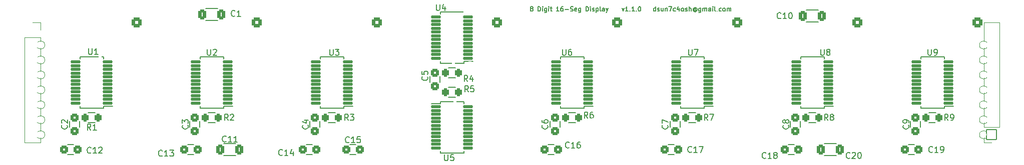
<source format=gbr>
G04 #@! TF.GenerationSoftware,KiCad,Pcbnew,8.0.6*
G04 #@! TF.CreationDate,2025-01-27T09:09:25-05:00*
G04 #@! TF.ProjectId,8x16seg,38783136-7365-4672-9e6b-696361645f70,v1.1.0*
G04 #@! TF.SameCoordinates,Original*
G04 #@! TF.FileFunction,Legend,Top*
G04 #@! TF.FilePolarity,Positive*
%FSLAX46Y46*%
G04 Gerber Fmt 4.6, Leading zero omitted, Abs format (unit mm)*
G04 Created by KiCad (PCBNEW 8.0.6) date 2025-01-27 09:09:25*
%MOMM*%
%LPD*%
G01*
G04 APERTURE LIST*
G04 Aperture macros list*
%AMRoundRect*
0 Rectangle with rounded corners*
0 $1 Rounding radius*
0 $2 $3 $4 $5 $6 $7 $8 $9 X,Y pos of 4 corners*
0 Add a 4 corners polygon primitive as box body*
4,1,4,$2,$3,$4,$5,$6,$7,$8,$9,$2,$3,0*
0 Add four circle primitives for the rounded corners*
1,1,$1+$1,$2,$3*
1,1,$1+$1,$4,$5*
1,1,$1+$1,$6,$7*
1,1,$1+$1,$8,$9*
0 Add four rect primitives between the rounded corners*
20,1,$1+$1,$2,$3,$4,$5,0*
20,1,$1+$1,$4,$5,$6,$7,0*
20,1,$1+$1,$6,$7,$8,$9,0*
20,1,$1+$1,$8,$9,$2,$3,0*%
G04 Aperture macros list end*
%ADD10C,0.150000*%
%ADD11C,0.120000*%
%ADD12C,1.801600*%
%ADD13RoundRect,0.270320X-0.405480X0.430480X-0.405480X-0.430480X0.405480X-0.430480X0.405480X0.430480X0*%
%ADD14RoundRect,0.270320X-0.430480X-0.405480X0.430480X-0.405480X0.430480X0.405480X-0.430480X0.405480X0*%
%ADD15RoundRect,0.270320X0.430480X0.405480X-0.430480X0.405480X-0.430480X-0.405480X0.430480X-0.405480X0*%
%ADD16RoundRect,0.275400X-0.275400X-0.425400X0.275400X-0.425400X0.275400X0.425400X-0.275400X0.425400X0*%
%ADD17RoundRect,0.275400X0.275400X0.425400X-0.275400X0.425400X-0.275400X-0.425400X0.275400X-0.425400X0*%
%ADD18RoundRect,0.125400X0.725400X0.125400X-0.725400X0.125400X-0.725400X-0.125400X0.725400X-0.125400X0*%
%ADD19RoundRect,0.125400X-0.725400X-0.125400X0.725400X-0.125400X0.725400X0.125400X-0.725400X0.125400X0*%
%ADD20RoundRect,0.050800X0.850000X0.850000X-0.850000X0.850000X-0.850000X-0.850000X0.850000X-0.850000X0*%
%ADD21O,1.801600X1.801600*%
%ADD22RoundRect,0.271167X-0.379633X-0.579633X0.379633X-0.579633X0.379633X0.579633X-0.379633X0.579633X0*%
%ADD23RoundRect,0.271167X0.379633X0.579633X-0.379633X0.579633X-0.379633X-0.579633X0.379633X-0.579633X0*%
%ADD24C,1.101600*%
%ADD25RoundRect,0.266667X0.546133X0.546133X-0.546133X0.546133X-0.546133X-0.546133X0.546133X-0.546133X0*%
%ADD26C,1.625600*%
%ADD27C,0.609600*%
%ADD28C,1.371600*%
G04 APERTURE END LIST*
D10*
X165905856Y-88993164D02*
X166084428Y-89493164D01*
X166084428Y-89493164D02*
X166262999Y-88993164D01*
X166941571Y-89493164D02*
X166513000Y-89493164D01*
X166727285Y-89493164D02*
X166727285Y-88743164D01*
X166727285Y-88743164D02*
X166655857Y-88850307D01*
X166655857Y-88850307D02*
X166584428Y-88921735D01*
X166584428Y-88921735D02*
X166513000Y-88957450D01*
X167263000Y-89421735D02*
X167298714Y-89457450D01*
X167298714Y-89457450D02*
X167263000Y-89493164D01*
X167263000Y-89493164D02*
X167227286Y-89457450D01*
X167227286Y-89457450D02*
X167263000Y-89421735D01*
X167263000Y-89421735D02*
X167263000Y-89493164D01*
X168013000Y-89493164D02*
X167584429Y-89493164D01*
X167798714Y-89493164D02*
X167798714Y-88743164D01*
X167798714Y-88743164D02*
X167727286Y-88850307D01*
X167727286Y-88850307D02*
X167655857Y-88921735D01*
X167655857Y-88921735D02*
X167584429Y-88957450D01*
X168334429Y-89421735D02*
X168370143Y-89457450D01*
X168370143Y-89457450D02*
X168334429Y-89493164D01*
X168334429Y-89493164D02*
X168298715Y-89457450D01*
X168298715Y-89457450D02*
X168334429Y-89421735D01*
X168334429Y-89421735D02*
X168334429Y-89493164D01*
X168834429Y-88743164D02*
X168905858Y-88743164D01*
X168905858Y-88743164D02*
X168977286Y-88778878D01*
X168977286Y-88778878D02*
X169013001Y-88814592D01*
X169013001Y-88814592D02*
X169048715Y-88886021D01*
X169048715Y-88886021D02*
X169084429Y-89028878D01*
X169084429Y-89028878D02*
X169084429Y-89207450D01*
X169084429Y-89207450D02*
X169048715Y-89350307D01*
X169048715Y-89350307D02*
X169013001Y-89421735D01*
X169013001Y-89421735D02*
X168977286Y-89457450D01*
X168977286Y-89457450D02*
X168905858Y-89493164D01*
X168905858Y-89493164D02*
X168834429Y-89493164D01*
X168834429Y-89493164D02*
X168763001Y-89457450D01*
X168763001Y-89457450D02*
X168727286Y-89421735D01*
X168727286Y-89421735D02*
X168691572Y-89350307D01*
X168691572Y-89350307D02*
X168655858Y-89207450D01*
X168655858Y-89207450D02*
X168655858Y-89028878D01*
X168655858Y-89028878D02*
X168691572Y-88886021D01*
X168691572Y-88886021D02*
X168727286Y-88814592D01*
X168727286Y-88814592D02*
X168763001Y-88778878D01*
X168763001Y-88778878D02*
X168834429Y-88743164D01*
X171585716Y-89493164D02*
X171585716Y-88743164D01*
X171585716Y-89457450D02*
X171514287Y-89493164D01*
X171514287Y-89493164D02*
X171371430Y-89493164D01*
X171371430Y-89493164D02*
X171300001Y-89457450D01*
X171300001Y-89457450D02*
X171264287Y-89421735D01*
X171264287Y-89421735D02*
X171228573Y-89350307D01*
X171228573Y-89350307D02*
X171228573Y-89136021D01*
X171228573Y-89136021D02*
X171264287Y-89064592D01*
X171264287Y-89064592D02*
X171300001Y-89028878D01*
X171300001Y-89028878D02*
X171371430Y-88993164D01*
X171371430Y-88993164D02*
X171514287Y-88993164D01*
X171514287Y-88993164D02*
X171585716Y-89028878D01*
X171907144Y-89457450D02*
X171978572Y-89493164D01*
X171978572Y-89493164D02*
X172121429Y-89493164D01*
X172121429Y-89493164D02*
X172192858Y-89457450D01*
X172192858Y-89457450D02*
X172228572Y-89386021D01*
X172228572Y-89386021D02*
X172228572Y-89350307D01*
X172228572Y-89350307D02*
X172192858Y-89278878D01*
X172192858Y-89278878D02*
X172121429Y-89243164D01*
X172121429Y-89243164D02*
X172014287Y-89243164D01*
X172014287Y-89243164D02*
X171942858Y-89207450D01*
X171942858Y-89207450D02*
X171907144Y-89136021D01*
X171907144Y-89136021D02*
X171907144Y-89100307D01*
X171907144Y-89100307D02*
X171942858Y-89028878D01*
X171942858Y-89028878D02*
X172014287Y-88993164D01*
X172014287Y-88993164D02*
X172121429Y-88993164D01*
X172121429Y-88993164D02*
X172192858Y-89028878D01*
X172871430Y-88993164D02*
X172871430Y-89493164D01*
X172550001Y-88993164D02*
X172550001Y-89386021D01*
X172550001Y-89386021D02*
X172585715Y-89457450D01*
X172585715Y-89457450D02*
X172657144Y-89493164D01*
X172657144Y-89493164D02*
X172764287Y-89493164D01*
X172764287Y-89493164D02*
X172835715Y-89457450D01*
X172835715Y-89457450D02*
X172871430Y-89421735D01*
X173228572Y-88993164D02*
X173228572Y-89493164D01*
X173228572Y-89064592D02*
X173264286Y-89028878D01*
X173264286Y-89028878D02*
X173335715Y-88993164D01*
X173335715Y-88993164D02*
X173442858Y-88993164D01*
X173442858Y-88993164D02*
X173514286Y-89028878D01*
X173514286Y-89028878D02*
X173550001Y-89100307D01*
X173550001Y-89100307D02*
X173550001Y-89493164D01*
X173835714Y-88743164D02*
X174335714Y-88743164D01*
X174335714Y-88743164D02*
X174014286Y-89493164D01*
X174942858Y-89457450D02*
X174871429Y-89493164D01*
X174871429Y-89493164D02*
X174728572Y-89493164D01*
X174728572Y-89493164D02*
X174657143Y-89457450D01*
X174657143Y-89457450D02*
X174621429Y-89421735D01*
X174621429Y-89421735D02*
X174585715Y-89350307D01*
X174585715Y-89350307D02*
X174585715Y-89136021D01*
X174585715Y-89136021D02*
X174621429Y-89064592D01*
X174621429Y-89064592D02*
X174657143Y-89028878D01*
X174657143Y-89028878D02*
X174728572Y-88993164D01*
X174728572Y-88993164D02*
X174871429Y-88993164D01*
X174871429Y-88993164D02*
X174942858Y-89028878D01*
X175585715Y-88993164D02*
X175585715Y-89493164D01*
X175407143Y-88707450D02*
X175228572Y-89243164D01*
X175228572Y-89243164D02*
X175692857Y-89243164D01*
X176085715Y-89493164D02*
X176014286Y-89457450D01*
X176014286Y-89457450D02*
X175978572Y-89421735D01*
X175978572Y-89421735D02*
X175942858Y-89350307D01*
X175942858Y-89350307D02*
X175942858Y-89136021D01*
X175942858Y-89136021D02*
X175978572Y-89064592D01*
X175978572Y-89064592D02*
X176014286Y-89028878D01*
X176014286Y-89028878D02*
X176085715Y-88993164D01*
X176085715Y-88993164D02*
X176192858Y-88993164D01*
X176192858Y-88993164D02*
X176264286Y-89028878D01*
X176264286Y-89028878D02*
X176300001Y-89064592D01*
X176300001Y-89064592D02*
X176335715Y-89136021D01*
X176335715Y-89136021D02*
X176335715Y-89350307D01*
X176335715Y-89350307D02*
X176300001Y-89421735D01*
X176300001Y-89421735D02*
X176264286Y-89457450D01*
X176264286Y-89457450D02*
X176192858Y-89493164D01*
X176192858Y-89493164D02*
X176085715Y-89493164D01*
X176621429Y-89457450D02*
X176692857Y-89493164D01*
X176692857Y-89493164D02*
X176835714Y-89493164D01*
X176835714Y-89493164D02*
X176907143Y-89457450D01*
X176907143Y-89457450D02*
X176942857Y-89386021D01*
X176942857Y-89386021D02*
X176942857Y-89350307D01*
X176942857Y-89350307D02*
X176907143Y-89278878D01*
X176907143Y-89278878D02*
X176835714Y-89243164D01*
X176835714Y-89243164D02*
X176728572Y-89243164D01*
X176728572Y-89243164D02*
X176657143Y-89207450D01*
X176657143Y-89207450D02*
X176621429Y-89136021D01*
X176621429Y-89136021D02*
X176621429Y-89100307D01*
X176621429Y-89100307D02*
X176657143Y-89028878D01*
X176657143Y-89028878D02*
X176728572Y-88993164D01*
X176728572Y-88993164D02*
X176835714Y-88993164D01*
X176835714Y-88993164D02*
X176907143Y-89028878D01*
X177264286Y-89493164D02*
X177264286Y-88743164D01*
X177585715Y-89493164D02*
X177585715Y-89100307D01*
X177585715Y-89100307D02*
X177550000Y-89028878D01*
X177550000Y-89028878D02*
X177478572Y-88993164D01*
X177478572Y-88993164D02*
X177371429Y-88993164D01*
X177371429Y-88993164D02*
X177300000Y-89028878D01*
X177300000Y-89028878D02*
X177264286Y-89064592D01*
X178407143Y-89136021D02*
X178371428Y-89100307D01*
X178371428Y-89100307D02*
X178300000Y-89064592D01*
X178300000Y-89064592D02*
X178228571Y-89064592D01*
X178228571Y-89064592D02*
X178157143Y-89100307D01*
X178157143Y-89100307D02*
X178121428Y-89136021D01*
X178121428Y-89136021D02*
X178085714Y-89207450D01*
X178085714Y-89207450D02*
X178085714Y-89278878D01*
X178085714Y-89278878D02*
X178121428Y-89350307D01*
X178121428Y-89350307D02*
X178157143Y-89386021D01*
X178157143Y-89386021D02*
X178228571Y-89421735D01*
X178228571Y-89421735D02*
X178300000Y-89421735D01*
X178300000Y-89421735D02*
X178371428Y-89386021D01*
X178371428Y-89386021D02*
X178407143Y-89350307D01*
X178407143Y-89064592D02*
X178407143Y-89350307D01*
X178407143Y-89350307D02*
X178442857Y-89386021D01*
X178442857Y-89386021D02*
X178478571Y-89386021D01*
X178478571Y-89386021D02*
X178550000Y-89350307D01*
X178550000Y-89350307D02*
X178585714Y-89278878D01*
X178585714Y-89278878D02*
X178585714Y-89100307D01*
X178585714Y-89100307D02*
X178514286Y-88993164D01*
X178514286Y-88993164D02*
X178407143Y-88921735D01*
X178407143Y-88921735D02*
X178264286Y-88886021D01*
X178264286Y-88886021D02*
X178121428Y-88921735D01*
X178121428Y-88921735D02*
X178014286Y-88993164D01*
X178014286Y-88993164D02*
X177942857Y-89100307D01*
X177942857Y-89100307D02*
X177907143Y-89243164D01*
X177907143Y-89243164D02*
X177942857Y-89386021D01*
X177942857Y-89386021D02*
X178014286Y-89493164D01*
X178014286Y-89493164D02*
X178121428Y-89564592D01*
X178121428Y-89564592D02*
X178264286Y-89600307D01*
X178264286Y-89600307D02*
X178407143Y-89564592D01*
X178407143Y-89564592D02*
X178514286Y-89493164D01*
X179228572Y-88993164D02*
X179228572Y-89600307D01*
X179228572Y-89600307D02*
X179192857Y-89671735D01*
X179192857Y-89671735D02*
X179157143Y-89707450D01*
X179157143Y-89707450D02*
X179085714Y-89743164D01*
X179085714Y-89743164D02*
X178978572Y-89743164D01*
X178978572Y-89743164D02*
X178907143Y-89707450D01*
X179228572Y-89457450D02*
X179157143Y-89493164D01*
X179157143Y-89493164D02*
X179014286Y-89493164D01*
X179014286Y-89493164D02*
X178942857Y-89457450D01*
X178942857Y-89457450D02*
X178907143Y-89421735D01*
X178907143Y-89421735D02*
X178871429Y-89350307D01*
X178871429Y-89350307D02*
X178871429Y-89136021D01*
X178871429Y-89136021D02*
X178907143Y-89064592D01*
X178907143Y-89064592D02*
X178942857Y-89028878D01*
X178942857Y-89028878D02*
X179014286Y-88993164D01*
X179014286Y-88993164D02*
X179157143Y-88993164D01*
X179157143Y-88993164D02*
X179228572Y-89028878D01*
X179585714Y-89493164D02*
X179585714Y-88993164D01*
X179585714Y-89064592D02*
X179621428Y-89028878D01*
X179621428Y-89028878D02*
X179692857Y-88993164D01*
X179692857Y-88993164D02*
X179800000Y-88993164D01*
X179800000Y-88993164D02*
X179871428Y-89028878D01*
X179871428Y-89028878D02*
X179907143Y-89100307D01*
X179907143Y-89100307D02*
X179907143Y-89493164D01*
X179907143Y-89100307D02*
X179942857Y-89028878D01*
X179942857Y-89028878D02*
X180014285Y-88993164D01*
X180014285Y-88993164D02*
X180121428Y-88993164D01*
X180121428Y-88993164D02*
X180192857Y-89028878D01*
X180192857Y-89028878D02*
X180228571Y-89100307D01*
X180228571Y-89100307D02*
X180228571Y-89493164D01*
X180907143Y-89493164D02*
X180907143Y-89100307D01*
X180907143Y-89100307D02*
X180871428Y-89028878D01*
X180871428Y-89028878D02*
X180800000Y-88993164D01*
X180800000Y-88993164D02*
X180657143Y-88993164D01*
X180657143Y-88993164D02*
X180585714Y-89028878D01*
X180907143Y-89457450D02*
X180835714Y-89493164D01*
X180835714Y-89493164D02*
X180657143Y-89493164D01*
X180657143Y-89493164D02*
X180585714Y-89457450D01*
X180585714Y-89457450D02*
X180550000Y-89386021D01*
X180550000Y-89386021D02*
X180550000Y-89314592D01*
X180550000Y-89314592D02*
X180585714Y-89243164D01*
X180585714Y-89243164D02*
X180657143Y-89207450D01*
X180657143Y-89207450D02*
X180835714Y-89207450D01*
X180835714Y-89207450D02*
X180907143Y-89171735D01*
X181264285Y-89493164D02*
X181264285Y-88993164D01*
X181264285Y-88743164D02*
X181228571Y-88778878D01*
X181228571Y-88778878D02*
X181264285Y-88814592D01*
X181264285Y-88814592D02*
X181299999Y-88778878D01*
X181299999Y-88778878D02*
X181264285Y-88743164D01*
X181264285Y-88743164D02*
X181264285Y-88814592D01*
X181728571Y-89493164D02*
X181657142Y-89457450D01*
X181657142Y-89457450D02*
X181621428Y-89386021D01*
X181621428Y-89386021D02*
X181621428Y-88743164D01*
X182014285Y-89421735D02*
X182049999Y-89457450D01*
X182049999Y-89457450D02*
X182014285Y-89493164D01*
X182014285Y-89493164D02*
X181978571Y-89457450D01*
X181978571Y-89457450D02*
X182014285Y-89421735D01*
X182014285Y-89421735D02*
X182014285Y-89493164D01*
X182692857Y-89457450D02*
X182621428Y-89493164D01*
X182621428Y-89493164D02*
X182478571Y-89493164D01*
X182478571Y-89493164D02*
X182407142Y-89457450D01*
X182407142Y-89457450D02*
X182371428Y-89421735D01*
X182371428Y-89421735D02*
X182335714Y-89350307D01*
X182335714Y-89350307D02*
X182335714Y-89136021D01*
X182335714Y-89136021D02*
X182371428Y-89064592D01*
X182371428Y-89064592D02*
X182407142Y-89028878D01*
X182407142Y-89028878D02*
X182478571Y-88993164D01*
X182478571Y-88993164D02*
X182621428Y-88993164D01*
X182621428Y-88993164D02*
X182692857Y-89028878D01*
X183121428Y-89493164D02*
X183049999Y-89457450D01*
X183049999Y-89457450D02*
X183014285Y-89421735D01*
X183014285Y-89421735D02*
X182978571Y-89350307D01*
X182978571Y-89350307D02*
X182978571Y-89136021D01*
X182978571Y-89136021D02*
X183014285Y-89064592D01*
X183014285Y-89064592D02*
X183049999Y-89028878D01*
X183049999Y-89028878D02*
X183121428Y-88993164D01*
X183121428Y-88993164D02*
X183228571Y-88993164D01*
X183228571Y-88993164D02*
X183299999Y-89028878D01*
X183299999Y-89028878D02*
X183335714Y-89064592D01*
X183335714Y-89064592D02*
X183371428Y-89136021D01*
X183371428Y-89136021D02*
X183371428Y-89350307D01*
X183371428Y-89350307D02*
X183335714Y-89421735D01*
X183335714Y-89421735D02*
X183299999Y-89457450D01*
X183299999Y-89457450D02*
X183228571Y-89493164D01*
X183228571Y-89493164D02*
X183121428Y-89493164D01*
X183692856Y-89493164D02*
X183692856Y-88993164D01*
X183692856Y-89064592D02*
X183728570Y-89028878D01*
X183728570Y-89028878D02*
X183799999Y-88993164D01*
X183799999Y-88993164D02*
X183907142Y-88993164D01*
X183907142Y-88993164D02*
X183978570Y-89028878D01*
X183978570Y-89028878D02*
X184014285Y-89100307D01*
X184014285Y-89100307D02*
X184014285Y-89493164D01*
X184014285Y-89100307D02*
X184049999Y-89028878D01*
X184049999Y-89028878D02*
X184121427Y-88993164D01*
X184121427Y-88993164D02*
X184228570Y-88993164D01*
X184228570Y-88993164D02*
X184299999Y-89028878D01*
X184299999Y-89028878D02*
X184335713Y-89100307D01*
X184335713Y-89100307D02*
X184335713Y-89493164D01*
X150543428Y-89064592D02*
X150471999Y-89028878D01*
X150471999Y-89028878D02*
X150436285Y-88993164D01*
X150436285Y-88993164D02*
X150400571Y-88921735D01*
X150400571Y-88921735D02*
X150400571Y-88886021D01*
X150400571Y-88886021D02*
X150436285Y-88814592D01*
X150436285Y-88814592D02*
X150471999Y-88778878D01*
X150471999Y-88778878D02*
X150543428Y-88743164D01*
X150543428Y-88743164D02*
X150686285Y-88743164D01*
X150686285Y-88743164D02*
X150757714Y-88778878D01*
X150757714Y-88778878D02*
X150793428Y-88814592D01*
X150793428Y-88814592D02*
X150829142Y-88886021D01*
X150829142Y-88886021D02*
X150829142Y-88921735D01*
X150829142Y-88921735D02*
X150793428Y-88993164D01*
X150793428Y-88993164D02*
X150757714Y-89028878D01*
X150757714Y-89028878D02*
X150686285Y-89064592D01*
X150686285Y-89064592D02*
X150543428Y-89064592D01*
X150543428Y-89064592D02*
X150471999Y-89100307D01*
X150471999Y-89100307D02*
X150436285Y-89136021D01*
X150436285Y-89136021D02*
X150400571Y-89207450D01*
X150400571Y-89207450D02*
X150400571Y-89350307D01*
X150400571Y-89350307D02*
X150436285Y-89421735D01*
X150436285Y-89421735D02*
X150471999Y-89457450D01*
X150471999Y-89457450D02*
X150543428Y-89493164D01*
X150543428Y-89493164D02*
X150686285Y-89493164D01*
X150686285Y-89493164D02*
X150757714Y-89457450D01*
X150757714Y-89457450D02*
X150793428Y-89421735D01*
X150793428Y-89421735D02*
X150829142Y-89350307D01*
X150829142Y-89350307D02*
X150829142Y-89207450D01*
X150829142Y-89207450D02*
X150793428Y-89136021D01*
X150793428Y-89136021D02*
X150757714Y-89100307D01*
X150757714Y-89100307D02*
X150686285Y-89064592D01*
X151722000Y-89493164D02*
X151722000Y-88743164D01*
X151722000Y-88743164D02*
X151900571Y-88743164D01*
X151900571Y-88743164D02*
X152007714Y-88778878D01*
X152007714Y-88778878D02*
X152079143Y-88850307D01*
X152079143Y-88850307D02*
X152114857Y-88921735D01*
X152114857Y-88921735D02*
X152150571Y-89064592D01*
X152150571Y-89064592D02*
X152150571Y-89171735D01*
X152150571Y-89171735D02*
X152114857Y-89314592D01*
X152114857Y-89314592D02*
X152079143Y-89386021D01*
X152079143Y-89386021D02*
X152007714Y-89457450D01*
X152007714Y-89457450D02*
X151900571Y-89493164D01*
X151900571Y-89493164D02*
X151722000Y-89493164D01*
X152472000Y-89493164D02*
X152472000Y-88993164D01*
X152472000Y-88743164D02*
X152436286Y-88778878D01*
X152436286Y-88778878D02*
X152472000Y-88814592D01*
X152472000Y-88814592D02*
X152507714Y-88778878D01*
X152507714Y-88778878D02*
X152472000Y-88743164D01*
X152472000Y-88743164D02*
X152472000Y-88814592D01*
X153150572Y-88993164D02*
X153150572Y-89600307D01*
X153150572Y-89600307D02*
X153114857Y-89671735D01*
X153114857Y-89671735D02*
X153079143Y-89707450D01*
X153079143Y-89707450D02*
X153007714Y-89743164D01*
X153007714Y-89743164D02*
X152900572Y-89743164D01*
X152900572Y-89743164D02*
X152829143Y-89707450D01*
X153150572Y-89457450D02*
X153079143Y-89493164D01*
X153079143Y-89493164D02*
X152936286Y-89493164D01*
X152936286Y-89493164D02*
X152864857Y-89457450D01*
X152864857Y-89457450D02*
X152829143Y-89421735D01*
X152829143Y-89421735D02*
X152793429Y-89350307D01*
X152793429Y-89350307D02*
X152793429Y-89136021D01*
X152793429Y-89136021D02*
X152829143Y-89064592D01*
X152829143Y-89064592D02*
X152864857Y-89028878D01*
X152864857Y-89028878D02*
X152936286Y-88993164D01*
X152936286Y-88993164D02*
X153079143Y-88993164D01*
X153079143Y-88993164D02*
X153150572Y-89028878D01*
X153507714Y-89493164D02*
X153507714Y-88993164D01*
X153507714Y-88743164D02*
X153472000Y-88778878D01*
X153472000Y-88778878D02*
X153507714Y-88814592D01*
X153507714Y-88814592D02*
X153543428Y-88778878D01*
X153543428Y-88778878D02*
X153507714Y-88743164D01*
X153507714Y-88743164D02*
X153507714Y-88814592D01*
X153757714Y-88993164D02*
X154043428Y-88993164D01*
X153864857Y-88743164D02*
X153864857Y-89386021D01*
X153864857Y-89386021D02*
X153900571Y-89457450D01*
X153900571Y-89457450D02*
X153972000Y-89493164D01*
X153972000Y-89493164D02*
X154043428Y-89493164D01*
X155257714Y-89493164D02*
X154829143Y-89493164D01*
X155043428Y-89493164D02*
X155043428Y-88743164D01*
X155043428Y-88743164D02*
X154972000Y-88850307D01*
X154972000Y-88850307D02*
X154900571Y-88921735D01*
X154900571Y-88921735D02*
X154829143Y-88957450D01*
X155900572Y-88743164D02*
X155757714Y-88743164D01*
X155757714Y-88743164D02*
X155686286Y-88778878D01*
X155686286Y-88778878D02*
X155650572Y-88814592D01*
X155650572Y-88814592D02*
X155579143Y-88921735D01*
X155579143Y-88921735D02*
X155543429Y-89064592D01*
X155543429Y-89064592D02*
X155543429Y-89350307D01*
X155543429Y-89350307D02*
X155579143Y-89421735D01*
X155579143Y-89421735D02*
X155614857Y-89457450D01*
X155614857Y-89457450D02*
X155686286Y-89493164D01*
X155686286Y-89493164D02*
X155829143Y-89493164D01*
X155829143Y-89493164D02*
X155900572Y-89457450D01*
X155900572Y-89457450D02*
X155936286Y-89421735D01*
X155936286Y-89421735D02*
X155972000Y-89350307D01*
X155972000Y-89350307D02*
X155972000Y-89171735D01*
X155972000Y-89171735D02*
X155936286Y-89100307D01*
X155936286Y-89100307D02*
X155900572Y-89064592D01*
X155900572Y-89064592D02*
X155829143Y-89028878D01*
X155829143Y-89028878D02*
X155686286Y-89028878D01*
X155686286Y-89028878D02*
X155614857Y-89064592D01*
X155614857Y-89064592D02*
X155579143Y-89100307D01*
X155579143Y-89100307D02*
X155543429Y-89171735D01*
X156293429Y-89207450D02*
X156864858Y-89207450D01*
X157186286Y-89457450D02*
X157293429Y-89493164D01*
X157293429Y-89493164D02*
X157472000Y-89493164D01*
X157472000Y-89493164D02*
X157543429Y-89457450D01*
X157543429Y-89457450D02*
X157579143Y-89421735D01*
X157579143Y-89421735D02*
X157614857Y-89350307D01*
X157614857Y-89350307D02*
X157614857Y-89278878D01*
X157614857Y-89278878D02*
X157579143Y-89207450D01*
X157579143Y-89207450D02*
X157543429Y-89171735D01*
X157543429Y-89171735D02*
X157472000Y-89136021D01*
X157472000Y-89136021D02*
X157329143Y-89100307D01*
X157329143Y-89100307D02*
X157257714Y-89064592D01*
X157257714Y-89064592D02*
X157222000Y-89028878D01*
X157222000Y-89028878D02*
X157186286Y-88957450D01*
X157186286Y-88957450D02*
X157186286Y-88886021D01*
X157186286Y-88886021D02*
X157222000Y-88814592D01*
X157222000Y-88814592D02*
X157257714Y-88778878D01*
X157257714Y-88778878D02*
X157329143Y-88743164D01*
X157329143Y-88743164D02*
X157507714Y-88743164D01*
X157507714Y-88743164D02*
X157614857Y-88778878D01*
X158222000Y-89457450D02*
X158150572Y-89493164D01*
X158150572Y-89493164D02*
X158007715Y-89493164D01*
X158007715Y-89493164D02*
X157936286Y-89457450D01*
X157936286Y-89457450D02*
X157900572Y-89386021D01*
X157900572Y-89386021D02*
X157900572Y-89100307D01*
X157900572Y-89100307D02*
X157936286Y-89028878D01*
X157936286Y-89028878D02*
X158007715Y-88993164D01*
X158007715Y-88993164D02*
X158150572Y-88993164D01*
X158150572Y-88993164D02*
X158222000Y-89028878D01*
X158222000Y-89028878D02*
X158257715Y-89100307D01*
X158257715Y-89100307D02*
X158257715Y-89171735D01*
X158257715Y-89171735D02*
X157900572Y-89243164D01*
X158900572Y-88993164D02*
X158900572Y-89600307D01*
X158900572Y-89600307D02*
X158864857Y-89671735D01*
X158864857Y-89671735D02*
X158829143Y-89707450D01*
X158829143Y-89707450D02*
X158757714Y-89743164D01*
X158757714Y-89743164D02*
X158650572Y-89743164D01*
X158650572Y-89743164D02*
X158579143Y-89707450D01*
X158900572Y-89457450D02*
X158829143Y-89493164D01*
X158829143Y-89493164D02*
X158686286Y-89493164D01*
X158686286Y-89493164D02*
X158614857Y-89457450D01*
X158614857Y-89457450D02*
X158579143Y-89421735D01*
X158579143Y-89421735D02*
X158543429Y-89350307D01*
X158543429Y-89350307D02*
X158543429Y-89136021D01*
X158543429Y-89136021D02*
X158579143Y-89064592D01*
X158579143Y-89064592D02*
X158614857Y-89028878D01*
X158614857Y-89028878D02*
X158686286Y-88993164D01*
X158686286Y-88993164D02*
X158829143Y-88993164D01*
X158829143Y-88993164D02*
X158900572Y-89028878D01*
X159829143Y-89493164D02*
X159829143Y-88743164D01*
X159829143Y-88743164D02*
X160007714Y-88743164D01*
X160007714Y-88743164D02*
X160114857Y-88778878D01*
X160114857Y-88778878D02*
X160186286Y-88850307D01*
X160186286Y-88850307D02*
X160222000Y-88921735D01*
X160222000Y-88921735D02*
X160257714Y-89064592D01*
X160257714Y-89064592D02*
X160257714Y-89171735D01*
X160257714Y-89171735D02*
X160222000Y-89314592D01*
X160222000Y-89314592D02*
X160186286Y-89386021D01*
X160186286Y-89386021D02*
X160114857Y-89457450D01*
X160114857Y-89457450D02*
X160007714Y-89493164D01*
X160007714Y-89493164D02*
X159829143Y-89493164D01*
X160579143Y-89493164D02*
X160579143Y-88993164D01*
X160579143Y-88743164D02*
X160543429Y-88778878D01*
X160543429Y-88778878D02*
X160579143Y-88814592D01*
X160579143Y-88814592D02*
X160614857Y-88778878D01*
X160614857Y-88778878D02*
X160579143Y-88743164D01*
X160579143Y-88743164D02*
X160579143Y-88814592D01*
X160900572Y-89457450D02*
X160972000Y-89493164D01*
X160972000Y-89493164D02*
X161114857Y-89493164D01*
X161114857Y-89493164D02*
X161186286Y-89457450D01*
X161186286Y-89457450D02*
X161222000Y-89386021D01*
X161222000Y-89386021D02*
X161222000Y-89350307D01*
X161222000Y-89350307D02*
X161186286Y-89278878D01*
X161186286Y-89278878D02*
X161114857Y-89243164D01*
X161114857Y-89243164D02*
X161007715Y-89243164D01*
X161007715Y-89243164D02*
X160936286Y-89207450D01*
X160936286Y-89207450D02*
X160900572Y-89136021D01*
X160900572Y-89136021D02*
X160900572Y-89100307D01*
X160900572Y-89100307D02*
X160936286Y-89028878D01*
X160936286Y-89028878D02*
X161007715Y-88993164D01*
X161007715Y-88993164D02*
X161114857Y-88993164D01*
X161114857Y-88993164D02*
X161186286Y-89028878D01*
X161543429Y-88993164D02*
X161543429Y-89743164D01*
X161543429Y-89028878D02*
X161614858Y-88993164D01*
X161614858Y-88993164D02*
X161757715Y-88993164D01*
X161757715Y-88993164D02*
X161829143Y-89028878D01*
X161829143Y-89028878D02*
X161864858Y-89064592D01*
X161864858Y-89064592D02*
X161900572Y-89136021D01*
X161900572Y-89136021D02*
X161900572Y-89350307D01*
X161900572Y-89350307D02*
X161864858Y-89421735D01*
X161864858Y-89421735D02*
X161829143Y-89457450D01*
X161829143Y-89457450D02*
X161757715Y-89493164D01*
X161757715Y-89493164D02*
X161614858Y-89493164D01*
X161614858Y-89493164D02*
X161543429Y-89457450D01*
X162329143Y-89493164D02*
X162257714Y-89457450D01*
X162257714Y-89457450D02*
X162222000Y-89386021D01*
X162222000Y-89386021D02*
X162222000Y-88743164D01*
X162936286Y-89493164D02*
X162936286Y-89100307D01*
X162936286Y-89100307D02*
X162900571Y-89028878D01*
X162900571Y-89028878D02*
X162829143Y-88993164D01*
X162829143Y-88993164D02*
X162686286Y-88993164D01*
X162686286Y-88993164D02*
X162614857Y-89028878D01*
X162936286Y-89457450D02*
X162864857Y-89493164D01*
X162864857Y-89493164D02*
X162686286Y-89493164D01*
X162686286Y-89493164D02*
X162614857Y-89457450D01*
X162614857Y-89457450D02*
X162579143Y-89386021D01*
X162579143Y-89386021D02*
X162579143Y-89314592D01*
X162579143Y-89314592D02*
X162614857Y-89243164D01*
X162614857Y-89243164D02*
X162686286Y-89207450D01*
X162686286Y-89207450D02*
X162864857Y-89207450D01*
X162864857Y-89207450D02*
X162936286Y-89171735D01*
X163221999Y-88993164D02*
X163400571Y-89493164D01*
X163579142Y-88993164D02*
X163400571Y-89493164D01*
X163400571Y-89493164D02*
X163329142Y-89671735D01*
X163329142Y-89671735D02*
X163293428Y-89707450D01*
X163293428Y-89707450D02*
X163221999Y-89743164D01*
X92434580Y-108878666D02*
X92482200Y-108926285D01*
X92482200Y-108926285D02*
X92529819Y-109069142D01*
X92529819Y-109069142D02*
X92529819Y-109164380D01*
X92529819Y-109164380D02*
X92482200Y-109307237D01*
X92482200Y-109307237D02*
X92386961Y-109402475D01*
X92386961Y-109402475D02*
X92291723Y-109450094D01*
X92291723Y-109450094D02*
X92101247Y-109497713D01*
X92101247Y-109497713D02*
X91958390Y-109497713D01*
X91958390Y-109497713D02*
X91767914Y-109450094D01*
X91767914Y-109450094D02*
X91672676Y-109402475D01*
X91672676Y-109402475D02*
X91577438Y-109307237D01*
X91577438Y-109307237D02*
X91529819Y-109164380D01*
X91529819Y-109164380D02*
X91529819Y-109069142D01*
X91529819Y-109069142D02*
X91577438Y-108926285D01*
X91577438Y-108926285D02*
X91625057Y-108878666D01*
X91529819Y-108545332D02*
X91529819Y-107926285D01*
X91529819Y-107926285D02*
X91910771Y-108259618D01*
X91910771Y-108259618D02*
X91910771Y-108116761D01*
X91910771Y-108116761D02*
X91958390Y-108021523D01*
X91958390Y-108021523D02*
X92006009Y-107973904D01*
X92006009Y-107973904D02*
X92101247Y-107926285D01*
X92101247Y-107926285D02*
X92339342Y-107926285D01*
X92339342Y-107926285D02*
X92434580Y-107973904D01*
X92434580Y-107973904D02*
X92482200Y-108021523D01*
X92482200Y-108021523D02*
X92529819Y-108116761D01*
X92529819Y-108116761D02*
X92529819Y-108402475D01*
X92529819Y-108402475D02*
X92482200Y-108497713D01*
X92482200Y-108497713D02*
X92434580Y-108545332D01*
X112754580Y-108878666D02*
X112802200Y-108926285D01*
X112802200Y-108926285D02*
X112849819Y-109069142D01*
X112849819Y-109069142D02*
X112849819Y-109164380D01*
X112849819Y-109164380D02*
X112802200Y-109307237D01*
X112802200Y-109307237D02*
X112706961Y-109402475D01*
X112706961Y-109402475D02*
X112611723Y-109450094D01*
X112611723Y-109450094D02*
X112421247Y-109497713D01*
X112421247Y-109497713D02*
X112278390Y-109497713D01*
X112278390Y-109497713D02*
X112087914Y-109450094D01*
X112087914Y-109450094D02*
X111992676Y-109402475D01*
X111992676Y-109402475D02*
X111897438Y-109307237D01*
X111897438Y-109307237D02*
X111849819Y-109164380D01*
X111849819Y-109164380D02*
X111849819Y-109069142D01*
X111849819Y-109069142D02*
X111897438Y-108926285D01*
X111897438Y-108926285D02*
X111945057Y-108878666D01*
X112183152Y-108021523D02*
X112849819Y-108021523D01*
X111802200Y-108259618D02*
X112516485Y-108497713D01*
X112516485Y-108497713D02*
X112516485Y-107878666D01*
X132947580Y-100623666D02*
X132995200Y-100671285D01*
X132995200Y-100671285D02*
X133042819Y-100814142D01*
X133042819Y-100814142D02*
X133042819Y-100909380D01*
X133042819Y-100909380D02*
X132995200Y-101052237D01*
X132995200Y-101052237D02*
X132899961Y-101147475D01*
X132899961Y-101147475D02*
X132804723Y-101195094D01*
X132804723Y-101195094D02*
X132614247Y-101242713D01*
X132614247Y-101242713D02*
X132471390Y-101242713D01*
X132471390Y-101242713D02*
X132280914Y-101195094D01*
X132280914Y-101195094D02*
X132185676Y-101147475D01*
X132185676Y-101147475D02*
X132090438Y-101052237D01*
X132090438Y-101052237D02*
X132042819Y-100909380D01*
X132042819Y-100909380D02*
X132042819Y-100814142D01*
X132042819Y-100814142D02*
X132090438Y-100671285D01*
X132090438Y-100671285D02*
X132138057Y-100623666D01*
X132042819Y-99718904D02*
X132042819Y-100195094D01*
X132042819Y-100195094D02*
X132519009Y-100242713D01*
X132519009Y-100242713D02*
X132471390Y-100195094D01*
X132471390Y-100195094D02*
X132423771Y-100099856D01*
X132423771Y-100099856D02*
X132423771Y-99861761D01*
X132423771Y-99861761D02*
X132471390Y-99766523D01*
X132471390Y-99766523D02*
X132519009Y-99718904D01*
X132519009Y-99718904D02*
X132614247Y-99671285D01*
X132614247Y-99671285D02*
X132852342Y-99671285D01*
X132852342Y-99671285D02*
X132947580Y-99718904D01*
X132947580Y-99718904D02*
X132995200Y-99766523D01*
X132995200Y-99766523D02*
X133042819Y-99861761D01*
X133042819Y-99861761D02*
X133042819Y-100099856D01*
X133042819Y-100099856D02*
X132995200Y-100195094D01*
X132995200Y-100195094D02*
X132947580Y-100242713D01*
X173587580Y-108878666D02*
X173635200Y-108926285D01*
X173635200Y-108926285D02*
X173682819Y-109069142D01*
X173682819Y-109069142D02*
X173682819Y-109164380D01*
X173682819Y-109164380D02*
X173635200Y-109307237D01*
X173635200Y-109307237D02*
X173539961Y-109402475D01*
X173539961Y-109402475D02*
X173444723Y-109450094D01*
X173444723Y-109450094D02*
X173254247Y-109497713D01*
X173254247Y-109497713D02*
X173111390Y-109497713D01*
X173111390Y-109497713D02*
X172920914Y-109450094D01*
X172920914Y-109450094D02*
X172825676Y-109402475D01*
X172825676Y-109402475D02*
X172730438Y-109307237D01*
X172730438Y-109307237D02*
X172682819Y-109164380D01*
X172682819Y-109164380D02*
X172682819Y-109069142D01*
X172682819Y-109069142D02*
X172730438Y-108926285D01*
X172730438Y-108926285D02*
X172778057Y-108878666D01*
X172682819Y-108545332D02*
X172682819Y-107878666D01*
X172682819Y-107878666D02*
X173682819Y-108307237D01*
X194034580Y-108878666D02*
X194082200Y-108926285D01*
X194082200Y-108926285D02*
X194129819Y-109069142D01*
X194129819Y-109069142D02*
X194129819Y-109164380D01*
X194129819Y-109164380D02*
X194082200Y-109307237D01*
X194082200Y-109307237D02*
X193986961Y-109402475D01*
X193986961Y-109402475D02*
X193891723Y-109450094D01*
X193891723Y-109450094D02*
X193701247Y-109497713D01*
X193701247Y-109497713D02*
X193558390Y-109497713D01*
X193558390Y-109497713D02*
X193367914Y-109450094D01*
X193367914Y-109450094D02*
X193272676Y-109402475D01*
X193272676Y-109402475D02*
X193177438Y-109307237D01*
X193177438Y-109307237D02*
X193129819Y-109164380D01*
X193129819Y-109164380D02*
X193129819Y-109069142D01*
X193129819Y-109069142D02*
X193177438Y-108926285D01*
X193177438Y-108926285D02*
X193225057Y-108878666D01*
X193558390Y-108307237D02*
X193510771Y-108402475D01*
X193510771Y-108402475D02*
X193463152Y-108450094D01*
X193463152Y-108450094D02*
X193367914Y-108497713D01*
X193367914Y-108497713D02*
X193320295Y-108497713D01*
X193320295Y-108497713D02*
X193225057Y-108450094D01*
X193225057Y-108450094D02*
X193177438Y-108402475D01*
X193177438Y-108402475D02*
X193129819Y-108307237D01*
X193129819Y-108307237D02*
X193129819Y-108116761D01*
X193129819Y-108116761D02*
X193177438Y-108021523D01*
X193177438Y-108021523D02*
X193225057Y-107973904D01*
X193225057Y-107973904D02*
X193320295Y-107926285D01*
X193320295Y-107926285D02*
X193367914Y-107926285D01*
X193367914Y-107926285D02*
X193463152Y-107973904D01*
X193463152Y-107973904D02*
X193510771Y-108021523D01*
X193510771Y-108021523D02*
X193558390Y-108116761D01*
X193558390Y-108116761D02*
X193558390Y-108307237D01*
X193558390Y-108307237D02*
X193606009Y-108402475D01*
X193606009Y-108402475D02*
X193653628Y-108450094D01*
X193653628Y-108450094D02*
X193748866Y-108497713D01*
X193748866Y-108497713D02*
X193939342Y-108497713D01*
X193939342Y-108497713D02*
X194034580Y-108450094D01*
X194034580Y-108450094D02*
X194082200Y-108402475D01*
X194082200Y-108402475D02*
X194129819Y-108307237D01*
X194129819Y-108307237D02*
X194129819Y-108116761D01*
X194129819Y-108116761D02*
X194082200Y-108021523D01*
X194082200Y-108021523D02*
X194034580Y-107973904D01*
X194034580Y-107973904D02*
X193939342Y-107926285D01*
X193939342Y-107926285D02*
X193748866Y-107926285D01*
X193748866Y-107926285D02*
X193653628Y-107973904D01*
X193653628Y-107973904D02*
X193606009Y-108021523D01*
X193606009Y-108021523D02*
X193558390Y-108116761D01*
X214354580Y-108878666D02*
X214402200Y-108926285D01*
X214402200Y-108926285D02*
X214449819Y-109069142D01*
X214449819Y-109069142D02*
X214449819Y-109164380D01*
X214449819Y-109164380D02*
X214402200Y-109307237D01*
X214402200Y-109307237D02*
X214306961Y-109402475D01*
X214306961Y-109402475D02*
X214211723Y-109450094D01*
X214211723Y-109450094D02*
X214021247Y-109497713D01*
X214021247Y-109497713D02*
X213878390Y-109497713D01*
X213878390Y-109497713D02*
X213687914Y-109450094D01*
X213687914Y-109450094D02*
X213592676Y-109402475D01*
X213592676Y-109402475D02*
X213497438Y-109307237D01*
X213497438Y-109307237D02*
X213449819Y-109164380D01*
X213449819Y-109164380D02*
X213449819Y-109069142D01*
X213449819Y-109069142D02*
X213497438Y-108926285D01*
X213497438Y-108926285D02*
X213545057Y-108878666D01*
X214449819Y-108402475D02*
X214449819Y-108211999D01*
X214449819Y-108211999D02*
X214402200Y-108116761D01*
X214402200Y-108116761D02*
X214354580Y-108069142D01*
X214354580Y-108069142D02*
X214211723Y-107973904D01*
X214211723Y-107973904D02*
X214021247Y-107926285D01*
X214021247Y-107926285D02*
X213640295Y-107926285D01*
X213640295Y-107926285D02*
X213545057Y-107973904D01*
X213545057Y-107973904D02*
X213497438Y-108021523D01*
X213497438Y-108021523D02*
X213449819Y-108116761D01*
X213449819Y-108116761D02*
X213449819Y-108307237D01*
X213449819Y-108307237D02*
X213497438Y-108402475D01*
X213497438Y-108402475D02*
X213545057Y-108450094D01*
X213545057Y-108450094D02*
X213640295Y-108497713D01*
X213640295Y-108497713D02*
X213878390Y-108497713D01*
X213878390Y-108497713D02*
X213973628Y-108450094D01*
X213973628Y-108450094D02*
X214021247Y-108402475D01*
X214021247Y-108402475D02*
X214068866Y-108307237D01*
X214068866Y-108307237D02*
X214068866Y-108116761D01*
X214068866Y-108116761D02*
X214021247Y-108021523D01*
X214021247Y-108021523D02*
X213973628Y-107973904D01*
X213973628Y-107973904D02*
X213878390Y-107926285D01*
X88130142Y-114024580D02*
X88082523Y-114072200D01*
X88082523Y-114072200D02*
X87939666Y-114119819D01*
X87939666Y-114119819D02*
X87844428Y-114119819D01*
X87844428Y-114119819D02*
X87701571Y-114072200D01*
X87701571Y-114072200D02*
X87606333Y-113976961D01*
X87606333Y-113976961D02*
X87558714Y-113881723D01*
X87558714Y-113881723D02*
X87511095Y-113691247D01*
X87511095Y-113691247D02*
X87511095Y-113548390D01*
X87511095Y-113548390D02*
X87558714Y-113357914D01*
X87558714Y-113357914D02*
X87606333Y-113262676D01*
X87606333Y-113262676D02*
X87701571Y-113167438D01*
X87701571Y-113167438D02*
X87844428Y-113119819D01*
X87844428Y-113119819D02*
X87939666Y-113119819D01*
X87939666Y-113119819D02*
X88082523Y-113167438D01*
X88082523Y-113167438D02*
X88130142Y-113215057D01*
X89082523Y-114119819D02*
X88511095Y-114119819D01*
X88796809Y-114119819D02*
X88796809Y-113119819D01*
X88796809Y-113119819D02*
X88701571Y-113262676D01*
X88701571Y-113262676D02*
X88606333Y-113357914D01*
X88606333Y-113357914D02*
X88511095Y-113405533D01*
X89415857Y-113119819D02*
X90034904Y-113119819D01*
X90034904Y-113119819D02*
X89701571Y-113500771D01*
X89701571Y-113500771D02*
X89844428Y-113500771D01*
X89844428Y-113500771D02*
X89939666Y-113548390D01*
X89939666Y-113548390D02*
X89987285Y-113596009D01*
X89987285Y-113596009D02*
X90034904Y-113691247D01*
X90034904Y-113691247D02*
X90034904Y-113929342D01*
X90034904Y-113929342D02*
X89987285Y-114024580D01*
X89987285Y-114024580D02*
X89939666Y-114072200D01*
X89939666Y-114072200D02*
X89844428Y-114119819D01*
X89844428Y-114119819D02*
X89558714Y-114119819D01*
X89558714Y-114119819D02*
X89463476Y-114072200D01*
X89463476Y-114072200D02*
X89415857Y-114024580D01*
X108450142Y-113897580D02*
X108402523Y-113945200D01*
X108402523Y-113945200D02*
X108259666Y-113992819D01*
X108259666Y-113992819D02*
X108164428Y-113992819D01*
X108164428Y-113992819D02*
X108021571Y-113945200D01*
X108021571Y-113945200D02*
X107926333Y-113849961D01*
X107926333Y-113849961D02*
X107878714Y-113754723D01*
X107878714Y-113754723D02*
X107831095Y-113564247D01*
X107831095Y-113564247D02*
X107831095Y-113421390D01*
X107831095Y-113421390D02*
X107878714Y-113230914D01*
X107878714Y-113230914D02*
X107926333Y-113135676D01*
X107926333Y-113135676D02*
X108021571Y-113040438D01*
X108021571Y-113040438D02*
X108164428Y-112992819D01*
X108164428Y-112992819D02*
X108259666Y-112992819D01*
X108259666Y-112992819D02*
X108402523Y-113040438D01*
X108402523Y-113040438D02*
X108450142Y-113088057D01*
X109402523Y-113992819D02*
X108831095Y-113992819D01*
X109116809Y-113992819D02*
X109116809Y-112992819D01*
X109116809Y-112992819D02*
X109021571Y-113135676D01*
X109021571Y-113135676D02*
X108926333Y-113230914D01*
X108926333Y-113230914D02*
X108831095Y-113278533D01*
X110259666Y-113326152D02*
X110259666Y-113992819D01*
X110021571Y-112945200D02*
X109783476Y-113659485D01*
X109783476Y-113659485D02*
X110402523Y-113659485D01*
X119753142Y-111738580D02*
X119705523Y-111786200D01*
X119705523Y-111786200D02*
X119562666Y-111833819D01*
X119562666Y-111833819D02*
X119467428Y-111833819D01*
X119467428Y-111833819D02*
X119324571Y-111786200D01*
X119324571Y-111786200D02*
X119229333Y-111690961D01*
X119229333Y-111690961D02*
X119181714Y-111595723D01*
X119181714Y-111595723D02*
X119134095Y-111405247D01*
X119134095Y-111405247D02*
X119134095Y-111262390D01*
X119134095Y-111262390D02*
X119181714Y-111071914D01*
X119181714Y-111071914D02*
X119229333Y-110976676D01*
X119229333Y-110976676D02*
X119324571Y-110881438D01*
X119324571Y-110881438D02*
X119467428Y-110833819D01*
X119467428Y-110833819D02*
X119562666Y-110833819D01*
X119562666Y-110833819D02*
X119705523Y-110881438D01*
X119705523Y-110881438D02*
X119753142Y-110929057D01*
X120705523Y-111833819D02*
X120134095Y-111833819D01*
X120419809Y-111833819D02*
X120419809Y-110833819D01*
X120419809Y-110833819D02*
X120324571Y-110976676D01*
X120324571Y-110976676D02*
X120229333Y-111071914D01*
X120229333Y-111071914D02*
X120134095Y-111119533D01*
X121610285Y-110833819D02*
X121134095Y-110833819D01*
X121134095Y-110833819D02*
X121086476Y-111310009D01*
X121086476Y-111310009D02*
X121134095Y-111262390D01*
X121134095Y-111262390D02*
X121229333Y-111214771D01*
X121229333Y-111214771D02*
X121467428Y-111214771D01*
X121467428Y-111214771D02*
X121562666Y-111262390D01*
X121562666Y-111262390D02*
X121610285Y-111310009D01*
X121610285Y-111310009D02*
X121657904Y-111405247D01*
X121657904Y-111405247D02*
X121657904Y-111643342D01*
X121657904Y-111643342D02*
X121610285Y-111738580D01*
X121610285Y-111738580D02*
X121562666Y-111786200D01*
X121562666Y-111786200D02*
X121467428Y-111833819D01*
X121467428Y-111833819D02*
X121229333Y-111833819D01*
X121229333Y-111833819D02*
X121134095Y-111786200D01*
X121134095Y-111786200D02*
X121086476Y-111738580D01*
X156964142Y-112627580D02*
X156916523Y-112675200D01*
X156916523Y-112675200D02*
X156773666Y-112722819D01*
X156773666Y-112722819D02*
X156678428Y-112722819D01*
X156678428Y-112722819D02*
X156535571Y-112675200D01*
X156535571Y-112675200D02*
X156440333Y-112579961D01*
X156440333Y-112579961D02*
X156392714Y-112484723D01*
X156392714Y-112484723D02*
X156345095Y-112294247D01*
X156345095Y-112294247D02*
X156345095Y-112151390D01*
X156345095Y-112151390D02*
X156392714Y-111960914D01*
X156392714Y-111960914D02*
X156440333Y-111865676D01*
X156440333Y-111865676D02*
X156535571Y-111770438D01*
X156535571Y-111770438D02*
X156678428Y-111722819D01*
X156678428Y-111722819D02*
X156773666Y-111722819D01*
X156773666Y-111722819D02*
X156916523Y-111770438D01*
X156916523Y-111770438D02*
X156964142Y-111818057D01*
X157916523Y-112722819D02*
X157345095Y-112722819D01*
X157630809Y-112722819D02*
X157630809Y-111722819D01*
X157630809Y-111722819D02*
X157535571Y-111865676D01*
X157535571Y-111865676D02*
X157440333Y-111960914D01*
X157440333Y-111960914D02*
X157345095Y-112008533D01*
X158773666Y-111722819D02*
X158583190Y-111722819D01*
X158583190Y-111722819D02*
X158487952Y-111770438D01*
X158487952Y-111770438D02*
X158440333Y-111818057D01*
X158440333Y-111818057D02*
X158345095Y-111960914D01*
X158345095Y-111960914D02*
X158297476Y-112151390D01*
X158297476Y-112151390D02*
X158297476Y-112532342D01*
X158297476Y-112532342D02*
X158345095Y-112627580D01*
X158345095Y-112627580D02*
X158392714Y-112675200D01*
X158392714Y-112675200D02*
X158487952Y-112722819D01*
X158487952Y-112722819D02*
X158678428Y-112722819D01*
X158678428Y-112722819D02*
X158773666Y-112675200D01*
X158773666Y-112675200D02*
X158821285Y-112627580D01*
X158821285Y-112627580D02*
X158868904Y-112532342D01*
X158868904Y-112532342D02*
X158868904Y-112294247D01*
X158868904Y-112294247D02*
X158821285Y-112199009D01*
X158821285Y-112199009D02*
X158773666Y-112151390D01*
X158773666Y-112151390D02*
X158678428Y-112103771D01*
X158678428Y-112103771D02*
X158487952Y-112103771D01*
X158487952Y-112103771D02*
X158392714Y-112151390D01*
X158392714Y-112151390D02*
X158345095Y-112199009D01*
X158345095Y-112199009D02*
X158297476Y-112294247D01*
X177665142Y-113389580D02*
X177617523Y-113437200D01*
X177617523Y-113437200D02*
X177474666Y-113484819D01*
X177474666Y-113484819D02*
X177379428Y-113484819D01*
X177379428Y-113484819D02*
X177236571Y-113437200D01*
X177236571Y-113437200D02*
X177141333Y-113341961D01*
X177141333Y-113341961D02*
X177093714Y-113246723D01*
X177093714Y-113246723D02*
X177046095Y-113056247D01*
X177046095Y-113056247D02*
X177046095Y-112913390D01*
X177046095Y-112913390D02*
X177093714Y-112722914D01*
X177093714Y-112722914D02*
X177141333Y-112627676D01*
X177141333Y-112627676D02*
X177236571Y-112532438D01*
X177236571Y-112532438D02*
X177379428Y-112484819D01*
X177379428Y-112484819D02*
X177474666Y-112484819D01*
X177474666Y-112484819D02*
X177617523Y-112532438D01*
X177617523Y-112532438D02*
X177665142Y-112580057D01*
X178617523Y-113484819D02*
X178046095Y-113484819D01*
X178331809Y-113484819D02*
X178331809Y-112484819D01*
X178331809Y-112484819D02*
X178236571Y-112627676D01*
X178236571Y-112627676D02*
X178141333Y-112722914D01*
X178141333Y-112722914D02*
X178046095Y-112770533D01*
X178950857Y-112484819D02*
X179617523Y-112484819D01*
X179617523Y-112484819D02*
X179188952Y-113484819D01*
X190238142Y-114405580D02*
X190190523Y-114453200D01*
X190190523Y-114453200D02*
X190047666Y-114500819D01*
X190047666Y-114500819D02*
X189952428Y-114500819D01*
X189952428Y-114500819D02*
X189809571Y-114453200D01*
X189809571Y-114453200D02*
X189714333Y-114357961D01*
X189714333Y-114357961D02*
X189666714Y-114262723D01*
X189666714Y-114262723D02*
X189619095Y-114072247D01*
X189619095Y-114072247D02*
X189619095Y-113929390D01*
X189619095Y-113929390D02*
X189666714Y-113738914D01*
X189666714Y-113738914D02*
X189714333Y-113643676D01*
X189714333Y-113643676D02*
X189809571Y-113548438D01*
X189809571Y-113548438D02*
X189952428Y-113500819D01*
X189952428Y-113500819D02*
X190047666Y-113500819D01*
X190047666Y-113500819D02*
X190190523Y-113548438D01*
X190190523Y-113548438D02*
X190238142Y-113596057D01*
X191190523Y-114500819D02*
X190619095Y-114500819D01*
X190904809Y-114500819D02*
X190904809Y-113500819D01*
X190904809Y-113500819D02*
X190809571Y-113643676D01*
X190809571Y-113643676D02*
X190714333Y-113738914D01*
X190714333Y-113738914D02*
X190619095Y-113786533D01*
X191761952Y-113929390D02*
X191666714Y-113881771D01*
X191666714Y-113881771D02*
X191619095Y-113834152D01*
X191619095Y-113834152D02*
X191571476Y-113738914D01*
X191571476Y-113738914D02*
X191571476Y-113691295D01*
X191571476Y-113691295D02*
X191619095Y-113596057D01*
X191619095Y-113596057D02*
X191666714Y-113548438D01*
X191666714Y-113548438D02*
X191761952Y-113500819D01*
X191761952Y-113500819D02*
X191952428Y-113500819D01*
X191952428Y-113500819D02*
X192047666Y-113548438D01*
X192047666Y-113548438D02*
X192095285Y-113596057D01*
X192095285Y-113596057D02*
X192142904Y-113691295D01*
X192142904Y-113691295D02*
X192142904Y-113738914D01*
X192142904Y-113738914D02*
X192095285Y-113834152D01*
X192095285Y-113834152D02*
X192047666Y-113881771D01*
X192047666Y-113881771D02*
X191952428Y-113929390D01*
X191952428Y-113929390D02*
X191761952Y-113929390D01*
X191761952Y-113929390D02*
X191666714Y-113977009D01*
X191666714Y-113977009D02*
X191619095Y-114024628D01*
X191619095Y-114024628D02*
X191571476Y-114119866D01*
X191571476Y-114119866D02*
X191571476Y-114310342D01*
X191571476Y-114310342D02*
X191619095Y-114405580D01*
X191619095Y-114405580D02*
X191666714Y-114453200D01*
X191666714Y-114453200D02*
X191761952Y-114500819D01*
X191761952Y-114500819D02*
X191952428Y-114500819D01*
X191952428Y-114500819D02*
X192047666Y-114453200D01*
X192047666Y-114453200D02*
X192095285Y-114405580D01*
X192095285Y-114405580D02*
X192142904Y-114310342D01*
X192142904Y-114310342D02*
X192142904Y-114119866D01*
X192142904Y-114119866D02*
X192095285Y-114024628D01*
X192095285Y-114024628D02*
X192047666Y-113977009D01*
X192047666Y-113977009D02*
X191952428Y-113929390D01*
X218432142Y-113389580D02*
X218384523Y-113437200D01*
X218384523Y-113437200D02*
X218241666Y-113484819D01*
X218241666Y-113484819D02*
X218146428Y-113484819D01*
X218146428Y-113484819D02*
X218003571Y-113437200D01*
X218003571Y-113437200D02*
X217908333Y-113341961D01*
X217908333Y-113341961D02*
X217860714Y-113246723D01*
X217860714Y-113246723D02*
X217813095Y-113056247D01*
X217813095Y-113056247D02*
X217813095Y-112913390D01*
X217813095Y-112913390D02*
X217860714Y-112722914D01*
X217860714Y-112722914D02*
X217908333Y-112627676D01*
X217908333Y-112627676D02*
X218003571Y-112532438D01*
X218003571Y-112532438D02*
X218146428Y-112484819D01*
X218146428Y-112484819D02*
X218241666Y-112484819D01*
X218241666Y-112484819D02*
X218384523Y-112532438D01*
X218384523Y-112532438D02*
X218432142Y-112580057D01*
X219384523Y-113484819D02*
X218813095Y-113484819D01*
X219098809Y-113484819D02*
X219098809Y-112484819D01*
X219098809Y-112484819D02*
X219003571Y-112627676D01*
X219003571Y-112627676D02*
X218908333Y-112722914D01*
X218908333Y-112722914D02*
X218813095Y-112770533D01*
X219860714Y-113484819D02*
X220051190Y-113484819D01*
X220051190Y-113484819D02*
X220146428Y-113437200D01*
X220146428Y-113437200D02*
X220194047Y-113389580D01*
X220194047Y-113389580D02*
X220289285Y-113246723D01*
X220289285Y-113246723D02*
X220336904Y-113056247D01*
X220336904Y-113056247D02*
X220336904Y-112675295D01*
X220336904Y-112675295D02*
X220289285Y-112580057D01*
X220289285Y-112580057D02*
X220241666Y-112532438D01*
X220241666Y-112532438D02*
X220146428Y-112484819D01*
X220146428Y-112484819D02*
X219955952Y-112484819D01*
X219955952Y-112484819D02*
X219860714Y-112532438D01*
X219860714Y-112532438D02*
X219813095Y-112580057D01*
X219813095Y-112580057D02*
X219765476Y-112675295D01*
X219765476Y-112675295D02*
X219765476Y-112913390D01*
X219765476Y-112913390D02*
X219813095Y-113008628D01*
X219813095Y-113008628D02*
X219860714Y-113056247D01*
X219860714Y-113056247D02*
X219955952Y-113103866D01*
X219955952Y-113103866D02*
X220146428Y-113103866D01*
X220146428Y-113103866D02*
X220241666Y-113056247D01*
X220241666Y-113056247D02*
X220289285Y-113008628D01*
X220289285Y-113008628D02*
X220336904Y-112913390D01*
X119594333Y-108023819D02*
X119261000Y-107547628D01*
X119022905Y-108023819D02*
X119022905Y-107023819D01*
X119022905Y-107023819D02*
X119403857Y-107023819D01*
X119403857Y-107023819D02*
X119499095Y-107071438D01*
X119499095Y-107071438D02*
X119546714Y-107119057D01*
X119546714Y-107119057D02*
X119594333Y-107214295D01*
X119594333Y-107214295D02*
X119594333Y-107357152D01*
X119594333Y-107357152D02*
X119546714Y-107452390D01*
X119546714Y-107452390D02*
X119499095Y-107500009D01*
X119499095Y-107500009D02*
X119403857Y-107547628D01*
X119403857Y-107547628D02*
X119022905Y-107547628D01*
X119927667Y-107023819D02*
X120546714Y-107023819D01*
X120546714Y-107023819D02*
X120213381Y-107404771D01*
X120213381Y-107404771D02*
X120356238Y-107404771D01*
X120356238Y-107404771D02*
X120451476Y-107452390D01*
X120451476Y-107452390D02*
X120499095Y-107500009D01*
X120499095Y-107500009D02*
X120546714Y-107595247D01*
X120546714Y-107595247D02*
X120546714Y-107833342D01*
X120546714Y-107833342D02*
X120499095Y-107928580D01*
X120499095Y-107928580D02*
X120451476Y-107976200D01*
X120451476Y-107976200D02*
X120356238Y-108023819D01*
X120356238Y-108023819D02*
X120070524Y-108023819D01*
X120070524Y-108023819D02*
X119975286Y-107976200D01*
X119975286Y-107976200D02*
X119927667Y-107928580D01*
X139787333Y-101419819D02*
X139454000Y-100943628D01*
X139215905Y-101419819D02*
X139215905Y-100419819D01*
X139215905Y-100419819D02*
X139596857Y-100419819D01*
X139596857Y-100419819D02*
X139692095Y-100467438D01*
X139692095Y-100467438D02*
X139739714Y-100515057D01*
X139739714Y-100515057D02*
X139787333Y-100610295D01*
X139787333Y-100610295D02*
X139787333Y-100753152D01*
X139787333Y-100753152D02*
X139739714Y-100848390D01*
X139739714Y-100848390D02*
X139692095Y-100896009D01*
X139692095Y-100896009D02*
X139596857Y-100943628D01*
X139596857Y-100943628D02*
X139215905Y-100943628D01*
X140644476Y-100753152D02*
X140644476Y-101419819D01*
X140406381Y-100372200D02*
X140168286Y-101086485D01*
X140168286Y-101086485D02*
X140787333Y-101086485D01*
X139914333Y-103197819D02*
X139581000Y-102721628D01*
X139342905Y-103197819D02*
X139342905Y-102197819D01*
X139342905Y-102197819D02*
X139723857Y-102197819D01*
X139723857Y-102197819D02*
X139819095Y-102245438D01*
X139819095Y-102245438D02*
X139866714Y-102293057D01*
X139866714Y-102293057D02*
X139914333Y-102388295D01*
X139914333Y-102388295D02*
X139914333Y-102531152D01*
X139914333Y-102531152D02*
X139866714Y-102626390D01*
X139866714Y-102626390D02*
X139819095Y-102674009D01*
X139819095Y-102674009D02*
X139723857Y-102721628D01*
X139723857Y-102721628D02*
X139342905Y-102721628D01*
X140819095Y-102197819D02*
X140342905Y-102197819D01*
X140342905Y-102197819D02*
X140295286Y-102674009D01*
X140295286Y-102674009D02*
X140342905Y-102626390D01*
X140342905Y-102626390D02*
X140438143Y-102578771D01*
X140438143Y-102578771D02*
X140676238Y-102578771D01*
X140676238Y-102578771D02*
X140771476Y-102626390D01*
X140771476Y-102626390D02*
X140819095Y-102674009D01*
X140819095Y-102674009D02*
X140866714Y-102769247D01*
X140866714Y-102769247D02*
X140866714Y-103007342D01*
X140866714Y-103007342D02*
X140819095Y-103102580D01*
X140819095Y-103102580D02*
X140771476Y-103150200D01*
X140771476Y-103150200D02*
X140676238Y-103197819D01*
X140676238Y-103197819D02*
X140438143Y-103197819D01*
X140438143Y-103197819D02*
X140342905Y-103150200D01*
X140342905Y-103150200D02*
X140295286Y-103102580D01*
X160107333Y-107642819D02*
X159774000Y-107166628D01*
X159535905Y-107642819D02*
X159535905Y-106642819D01*
X159535905Y-106642819D02*
X159916857Y-106642819D01*
X159916857Y-106642819D02*
X160012095Y-106690438D01*
X160012095Y-106690438D02*
X160059714Y-106738057D01*
X160059714Y-106738057D02*
X160107333Y-106833295D01*
X160107333Y-106833295D02*
X160107333Y-106976152D01*
X160107333Y-106976152D02*
X160059714Y-107071390D01*
X160059714Y-107071390D02*
X160012095Y-107119009D01*
X160012095Y-107119009D02*
X159916857Y-107166628D01*
X159916857Y-107166628D02*
X159535905Y-107166628D01*
X160964476Y-106642819D02*
X160774000Y-106642819D01*
X160774000Y-106642819D02*
X160678762Y-106690438D01*
X160678762Y-106690438D02*
X160631143Y-106738057D01*
X160631143Y-106738057D02*
X160535905Y-106880914D01*
X160535905Y-106880914D02*
X160488286Y-107071390D01*
X160488286Y-107071390D02*
X160488286Y-107452342D01*
X160488286Y-107452342D02*
X160535905Y-107547580D01*
X160535905Y-107547580D02*
X160583524Y-107595200D01*
X160583524Y-107595200D02*
X160678762Y-107642819D01*
X160678762Y-107642819D02*
X160869238Y-107642819D01*
X160869238Y-107642819D02*
X160964476Y-107595200D01*
X160964476Y-107595200D02*
X161012095Y-107547580D01*
X161012095Y-107547580D02*
X161059714Y-107452342D01*
X161059714Y-107452342D02*
X161059714Y-107214247D01*
X161059714Y-107214247D02*
X161012095Y-107119009D01*
X161012095Y-107119009D02*
X160964476Y-107071390D01*
X160964476Y-107071390D02*
X160869238Y-107023771D01*
X160869238Y-107023771D02*
X160678762Y-107023771D01*
X160678762Y-107023771D02*
X160583524Y-107071390D01*
X160583524Y-107071390D02*
X160535905Y-107119009D01*
X160535905Y-107119009D02*
X160488286Y-107214247D01*
X180427333Y-108023819D02*
X180094000Y-107547628D01*
X179855905Y-108023819D02*
X179855905Y-107023819D01*
X179855905Y-107023819D02*
X180236857Y-107023819D01*
X180236857Y-107023819D02*
X180332095Y-107071438D01*
X180332095Y-107071438D02*
X180379714Y-107119057D01*
X180379714Y-107119057D02*
X180427333Y-107214295D01*
X180427333Y-107214295D02*
X180427333Y-107357152D01*
X180427333Y-107357152D02*
X180379714Y-107452390D01*
X180379714Y-107452390D02*
X180332095Y-107500009D01*
X180332095Y-107500009D02*
X180236857Y-107547628D01*
X180236857Y-107547628D02*
X179855905Y-107547628D01*
X180760667Y-107023819D02*
X181427333Y-107023819D01*
X181427333Y-107023819D02*
X180998762Y-108023819D01*
X200747333Y-108023819D02*
X200414000Y-107547628D01*
X200175905Y-108023819D02*
X200175905Y-107023819D01*
X200175905Y-107023819D02*
X200556857Y-107023819D01*
X200556857Y-107023819D02*
X200652095Y-107071438D01*
X200652095Y-107071438D02*
X200699714Y-107119057D01*
X200699714Y-107119057D02*
X200747333Y-107214295D01*
X200747333Y-107214295D02*
X200747333Y-107357152D01*
X200747333Y-107357152D02*
X200699714Y-107452390D01*
X200699714Y-107452390D02*
X200652095Y-107500009D01*
X200652095Y-107500009D02*
X200556857Y-107547628D01*
X200556857Y-107547628D02*
X200175905Y-107547628D01*
X201318762Y-107452390D02*
X201223524Y-107404771D01*
X201223524Y-107404771D02*
X201175905Y-107357152D01*
X201175905Y-107357152D02*
X201128286Y-107261914D01*
X201128286Y-107261914D02*
X201128286Y-107214295D01*
X201128286Y-107214295D02*
X201175905Y-107119057D01*
X201175905Y-107119057D02*
X201223524Y-107071438D01*
X201223524Y-107071438D02*
X201318762Y-107023819D01*
X201318762Y-107023819D02*
X201509238Y-107023819D01*
X201509238Y-107023819D02*
X201604476Y-107071438D01*
X201604476Y-107071438D02*
X201652095Y-107119057D01*
X201652095Y-107119057D02*
X201699714Y-107214295D01*
X201699714Y-107214295D02*
X201699714Y-107261914D01*
X201699714Y-107261914D02*
X201652095Y-107357152D01*
X201652095Y-107357152D02*
X201604476Y-107404771D01*
X201604476Y-107404771D02*
X201509238Y-107452390D01*
X201509238Y-107452390D02*
X201318762Y-107452390D01*
X201318762Y-107452390D02*
X201223524Y-107500009D01*
X201223524Y-107500009D02*
X201175905Y-107547628D01*
X201175905Y-107547628D02*
X201128286Y-107642866D01*
X201128286Y-107642866D02*
X201128286Y-107833342D01*
X201128286Y-107833342D02*
X201175905Y-107928580D01*
X201175905Y-107928580D02*
X201223524Y-107976200D01*
X201223524Y-107976200D02*
X201318762Y-108023819D01*
X201318762Y-108023819D02*
X201509238Y-108023819D01*
X201509238Y-108023819D02*
X201604476Y-107976200D01*
X201604476Y-107976200D02*
X201652095Y-107928580D01*
X201652095Y-107928580D02*
X201699714Y-107833342D01*
X201699714Y-107833342D02*
X201699714Y-107642866D01*
X201699714Y-107642866D02*
X201652095Y-107547628D01*
X201652095Y-107547628D02*
X201604476Y-107500009D01*
X201604476Y-107500009D02*
X201509238Y-107452390D01*
X221067333Y-108023819D02*
X220734000Y-107547628D01*
X220495905Y-108023819D02*
X220495905Y-107023819D01*
X220495905Y-107023819D02*
X220876857Y-107023819D01*
X220876857Y-107023819D02*
X220972095Y-107071438D01*
X220972095Y-107071438D02*
X221019714Y-107119057D01*
X221019714Y-107119057D02*
X221067333Y-107214295D01*
X221067333Y-107214295D02*
X221067333Y-107357152D01*
X221067333Y-107357152D02*
X221019714Y-107452390D01*
X221019714Y-107452390D02*
X220972095Y-107500009D01*
X220972095Y-107500009D02*
X220876857Y-107547628D01*
X220876857Y-107547628D02*
X220495905Y-107547628D01*
X221543524Y-108023819D02*
X221734000Y-108023819D01*
X221734000Y-108023819D02*
X221829238Y-107976200D01*
X221829238Y-107976200D02*
X221876857Y-107928580D01*
X221876857Y-107928580D02*
X221972095Y-107785723D01*
X221972095Y-107785723D02*
X222019714Y-107595247D01*
X222019714Y-107595247D02*
X222019714Y-107214295D01*
X222019714Y-107214295D02*
X221972095Y-107119057D01*
X221972095Y-107119057D02*
X221924476Y-107071438D01*
X221924476Y-107071438D02*
X221829238Y-107023819D01*
X221829238Y-107023819D02*
X221638762Y-107023819D01*
X221638762Y-107023819D02*
X221543524Y-107071438D01*
X221543524Y-107071438D02*
X221495905Y-107119057D01*
X221495905Y-107119057D02*
X221448286Y-107214295D01*
X221448286Y-107214295D02*
X221448286Y-107452390D01*
X221448286Y-107452390D02*
X221495905Y-107547628D01*
X221495905Y-107547628D02*
X221543524Y-107595247D01*
X221543524Y-107595247D02*
X221638762Y-107642866D01*
X221638762Y-107642866D02*
X221829238Y-107642866D01*
X221829238Y-107642866D02*
X221924476Y-107595247D01*
X221924476Y-107595247D02*
X221972095Y-107547628D01*
X221972095Y-107547628D02*
X222019714Y-107452390D01*
X95758095Y-95974819D02*
X95758095Y-96784342D01*
X95758095Y-96784342D02*
X95805714Y-96879580D01*
X95805714Y-96879580D02*
X95853333Y-96927200D01*
X95853333Y-96927200D02*
X95948571Y-96974819D01*
X95948571Y-96974819D02*
X96139047Y-96974819D01*
X96139047Y-96974819D02*
X96234285Y-96927200D01*
X96234285Y-96927200D02*
X96281904Y-96879580D01*
X96281904Y-96879580D02*
X96329523Y-96784342D01*
X96329523Y-96784342D02*
X96329523Y-95974819D01*
X96758095Y-96070057D02*
X96805714Y-96022438D01*
X96805714Y-96022438D02*
X96900952Y-95974819D01*
X96900952Y-95974819D02*
X97139047Y-95974819D01*
X97139047Y-95974819D02*
X97234285Y-96022438D01*
X97234285Y-96022438D02*
X97281904Y-96070057D01*
X97281904Y-96070057D02*
X97329523Y-96165295D01*
X97329523Y-96165295D02*
X97329523Y-96260533D01*
X97329523Y-96260533D02*
X97281904Y-96403390D01*
X97281904Y-96403390D02*
X96710476Y-96974819D01*
X96710476Y-96974819D02*
X97329523Y-96974819D01*
X116459095Y-95974819D02*
X116459095Y-96784342D01*
X116459095Y-96784342D02*
X116506714Y-96879580D01*
X116506714Y-96879580D02*
X116554333Y-96927200D01*
X116554333Y-96927200D02*
X116649571Y-96974819D01*
X116649571Y-96974819D02*
X116840047Y-96974819D01*
X116840047Y-96974819D02*
X116935285Y-96927200D01*
X116935285Y-96927200D02*
X116982904Y-96879580D01*
X116982904Y-96879580D02*
X117030523Y-96784342D01*
X117030523Y-96784342D02*
X117030523Y-95974819D01*
X117411476Y-95974819D02*
X118030523Y-95974819D01*
X118030523Y-95974819D02*
X117697190Y-96355771D01*
X117697190Y-96355771D02*
X117840047Y-96355771D01*
X117840047Y-96355771D02*
X117935285Y-96403390D01*
X117935285Y-96403390D02*
X117982904Y-96451009D01*
X117982904Y-96451009D02*
X118030523Y-96546247D01*
X118030523Y-96546247D02*
X118030523Y-96784342D01*
X118030523Y-96784342D02*
X117982904Y-96879580D01*
X117982904Y-96879580D02*
X117935285Y-96927200D01*
X117935285Y-96927200D02*
X117840047Y-96974819D01*
X117840047Y-96974819D02*
X117554333Y-96974819D01*
X117554333Y-96974819D02*
X117459095Y-96927200D01*
X117459095Y-96927200D02*
X117411476Y-96879580D01*
X134493095Y-88354819D02*
X134493095Y-89164342D01*
X134493095Y-89164342D02*
X134540714Y-89259580D01*
X134540714Y-89259580D02*
X134588333Y-89307200D01*
X134588333Y-89307200D02*
X134683571Y-89354819D01*
X134683571Y-89354819D02*
X134874047Y-89354819D01*
X134874047Y-89354819D02*
X134969285Y-89307200D01*
X134969285Y-89307200D02*
X135016904Y-89259580D01*
X135016904Y-89259580D02*
X135064523Y-89164342D01*
X135064523Y-89164342D02*
X135064523Y-88354819D01*
X135969285Y-88688152D02*
X135969285Y-89354819D01*
X135731190Y-88307200D02*
X135493095Y-89021485D01*
X135493095Y-89021485D02*
X136112142Y-89021485D01*
X135890095Y-113881819D02*
X135890095Y-114691342D01*
X135890095Y-114691342D02*
X135937714Y-114786580D01*
X135937714Y-114786580D02*
X135985333Y-114834200D01*
X135985333Y-114834200D02*
X136080571Y-114881819D01*
X136080571Y-114881819D02*
X136271047Y-114881819D01*
X136271047Y-114881819D02*
X136366285Y-114834200D01*
X136366285Y-114834200D02*
X136413904Y-114786580D01*
X136413904Y-114786580D02*
X136461523Y-114691342D01*
X136461523Y-114691342D02*
X136461523Y-113881819D01*
X137413904Y-113881819D02*
X136937714Y-113881819D01*
X136937714Y-113881819D02*
X136890095Y-114358009D01*
X136890095Y-114358009D02*
X136937714Y-114310390D01*
X136937714Y-114310390D02*
X137032952Y-114262771D01*
X137032952Y-114262771D02*
X137271047Y-114262771D01*
X137271047Y-114262771D02*
X137366285Y-114310390D01*
X137366285Y-114310390D02*
X137413904Y-114358009D01*
X137413904Y-114358009D02*
X137461523Y-114453247D01*
X137461523Y-114453247D02*
X137461523Y-114691342D01*
X137461523Y-114691342D02*
X137413904Y-114786580D01*
X137413904Y-114786580D02*
X137366285Y-114834200D01*
X137366285Y-114834200D02*
X137271047Y-114881819D01*
X137271047Y-114881819D02*
X137032952Y-114881819D01*
X137032952Y-114881819D02*
X136937714Y-114834200D01*
X136937714Y-114834200D02*
X136890095Y-114786580D01*
X155829095Y-95974819D02*
X155829095Y-96784342D01*
X155829095Y-96784342D02*
X155876714Y-96879580D01*
X155876714Y-96879580D02*
X155924333Y-96927200D01*
X155924333Y-96927200D02*
X156019571Y-96974819D01*
X156019571Y-96974819D02*
X156210047Y-96974819D01*
X156210047Y-96974819D02*
X156305285Y-96927200D01*
X156305285Y-96927200D02*
X156352904Y-96879580D01*
X156352904Y-96879580D02*
X156400523Y-96784342D01*
X156400523Y-96784342D02*
X156400523Y-95974819D01*
X157305285Y-95974819D02*
X157114809Y-95974819D01*
X157114809Y-95974819D02*
X157019571Y-96022438D01*
X157019571Y-96022438D02*
X156971952Y-96070057D01*
X156971952Y-96070057D02*
X156876714Y-96212914D01*
X156876714Y-96212914D02*
X156829095Y-96403390D01*
X156829095Y-96403390D02*
X156829095Y-96784342D01*
X156829095Y-96784342D02*
X156876714Y-96879580D01*
X156876714Y-96879580D02*
X156924333Y-96927200D01*
X156924333Y-96927200D02*
X157019571Y-96974819D01*
X157019571Y-96974819D02*
X157210047Y-96974819D01*
X157210047Y-96974819D02*
X157305285Y-96927200D01*
X157305285Y-96927200D02*
X157352904Y-96879580D01*
X157352904Y-96879580D02*
X157400523Y-96784342D01*
X157400523Y-96784342D02*
X157400523Y-96546247D01*
X157400523Y-96546247D02*
X157352904Y-96451009D01*
X157352904Y-96451009D02*
X157305285Y-96403390D01*
X157305285Y-96403390D02*
X157210047Y-96355771D01*
X157210047Y-96355771D02*
X157019571Y-96355771D01*
X157019571Y-96355771D02*
X156924333Y-96403390D01*
X156924333Y-96403390D02*
X156876714Y-96451009D01*
X156876714Y-96451009D02*
X156829095Y-96546247D01*
X177165095Y-95974819D02*
X177165095Y-96784342D01*
X177165095Y-96784342D02*
X177212714Y-96879580D01*
X177212714Y-96879580D02*
X177260333Y-96927200D01*
X177260333Y-96927200D02*
X177355571Y-96974819D01*
X177355571Y-96974819D02*
X177546047Y-96974819D01*
X177546047Y-96974819D02*
X177641285Y-96927200D01*
X177641285Y-96927200D02*
X177688904Y-96879580D01*
X177688904Y-96879580D02*
X177736523Y-96784342D01*
X177736523Y-96784342D02*
X177736523Y-95974819D01*
X178117476Y-95974819D02*
X178784142Y-95974819D01*
X178784142Y-95974819D02*
X178355571Y-96974819D01*
X199517095Y-95974819D02*
X199517095Y-96784342D01*
X199517095Y-96784342D02*
X199564714Y-96879580D01*
X199564714Y-96879580D02*
X199612333Y-96927200D01*
X199612333Y-96927200D02*
X199707571Y-96974819D01*
X199707571Y-96974819D02*
X199898047Y-96974819D01*
X199898047Y-96974819D02*
X199993285Y-96927200D01*
X199993285Y-96927200D02*
X200040904Y-96879580D01*
X200040904Y-96879580D02*
X200088523Y-96784342D01*
X200088523Y-96784342D02*
X200088523Y-95974819D01*
X200707571Y-96403390D02*
X200612333Y-96355771D01*
X200612333Y-96355771D02*
X200564714Y-96308152D01*
X200564714Y-96308152D02*
X200517095Y-96212914D01*
X200517095Y-96212914D02*
X200517095Y-96165295D01*
X200517095Y-96165295D02*
X200564714Y-96070057D01*
X200564714Y-96070057D02*
X200612333Y-96022438D01*
X200612333Y-96022438D02*
X200707571Y-95974819D01*
X200707571Y-95974819D02*
X200898047Y-95974819D01*
X200898047Y-95974819D02*
X200993285Y-96022438D01*
X200993285Y-96022438D02*
X201040904Y-96070057D01*
X201040904Y-96070057D02*
X201088523Y-96165295D01*
X201088523Y-96165295D02*
X201088523Y-96212914D01*
X201088523Y-96212914D02*
X201040904Y-96308152D01*
X201040904Y-96308152D02*
X200993285Y-96355771D01*
X200993285Y-96355771D02*
X200898047Y-96403390D01*
X200898047Y-96403390D02*
X200707571Y-96403390D01*
X200707571Y-96403390D02*
X200612333Y-96451009D01*
X200612333Y-96451009D02*
X200564714Y-96498628D01*
X200564714Y-96498628D02*
X200517095Y-96593866D01*
X200517095Y-96593866D02*
X200517095Y-96784342D01*
X200517095Y-96784342D02*
X200564714Y-96879580D01*
X200564714Y-96879580D02*
X200612333Y-96927200D01*
X200612333Y-96927200D02*
X200707571Y-96974819D01*
X200707571Y-96974819D02*
X200898047Y-96974819D01*
X200898047Y-96974819D02*
X200993285Y-96927200D01*
X200993285Y-96927200D02*
X201040904Y-96879580D01*
X201040904Y-96879580D02*
X201088523Y-96784342D01*
X201088523Y-96784342D02*
X201088523Y-96593866D01*
X201088523Y-96593866D02*
X201040904Y-96498628D01*
X201040904Y-96498628D02*
X200993285Y-96451009D01*
X200993285Y-96451009D02*
X200898047Y-96403390D01*
X217678095Y-95974819D02*
X217678095Y-96784342D01*
X217678095Y-96784342D02*
X217725714Y-96879580D01*
X217725714Y-96879580D02*
X217773333Y-96927200D01*
X217773333Y-96927200D02*
X217868571Y-96974819D01*
X217868571Y-96974819D02*
X218059047Y-96974819D01*
X218059047Y-96974819D02*
X218154285Y-96927200D01*
X218154285Y-96927200D02*
X218201904Y-96879580D01*
X218201904Y-96879580D02*
X218249523Y-96784342D01*
X218249523Y-96784342D02*
X218249523Y-95974819D01*
X218773333Y-96974819D02*
X218963809Y-96974819D01*
X218963809Y-96974819D02*
X219059047Y-96927200D01*
X219059047Y-96927200D02*
X219106666Y-96879580D01*
X219106666Y-96879580D02*
X219201904Y-96736723D01*
X219201904Y-96736723D02*
X219249523Y-96546247D01*
X219249523Y-96546247D02*
X219249523Y-96165295D01*
X219249523Y-96165295D02*
X219201904Y-96070057D01*
X219201904Y-96070057D02*
X219154285Y-96022438D01*
X219154285Y-96022438D02*
X219059047Y-95974819D01*
X219059047Y-95974819D02*
X218868571Y-95974819D01*
X218868571Y-95974819D02*
X218773333Y-96022438D01*
X218773333Y-96022438D02*
X218725714Y-96070057D01*
X218725714Y-96070057D02*
X218678095Y-96165295D01*
X218678095Y-96165295D02*
X218678095Y-96403390D01*
X218678095Y-96403390D02*
X218725714Y-96498628D01*
X218725714Y-96498628D02*
X218773333Y-96546247D01*
X218773333Y-96546247D02*
X218868571Y-96593866D01*
X218868571Y-96593866D02*
X219059047Y-96593866D01*
X219059047Y-96593866D02*
X219154285Y-96546247D01*
X219154285Y-96546247D02*
X219201904Y-96498628D01*
X219201904Y-96498628D02*
X219249523Y-96403390D01*
X76065142Y-113516580D02*
X76017523Y-113564200D01*
X76017523Y-113564200D02*
X75874666Y-113611819D01*
X75874666Y-113611819D02*
X75779428Y-113611819D01*
X75779428Y-113611819D02*
X75636571Y-113564200D01*
X75636571Y-113564200D02*
X75541333Y-113468961D01*
X75541333Y-113468961D02*
X75493714Y-113373723D01*
X75493714Y-113373723D02*
X75446095Y-113183247D01*
X75446095Y-113183247D02*
X75446095Y-113040390D01*
X75446095Y-113040390D02*
X75493714Y-112849914D01*
X75493714Y-112849914D02*
X75541333Y-112754676D01*
X75541333Y-112754676D02*
X75636571Y-112659438D01*
X75636571Y-112659438D02*
X75779428Y-112611819D01*
X75779428Y-112611819D02*
X75874666Y-112611819D01*
X75874666Y-112611819D02*
X76017523Y-112659438D01*
X76017523Y-112659438D02*
X76065142Y-112707057D01*
X77017523Y-113611819D02*
X76446095Y-113611819D01*
X76731809Y-113611819D02*
X76731809Y-112611819D01*
X76731809Y-112611819D02*
X76636571Y-112754676D01*
X76636571Y-112754676D02*
X76541333Y-112849914D01*
X76541333Y-112849914D02*
X76446095Y-112897533D01*
X77398476Y-112707057D02*
X77446095Y-112659438D01*
X77446095Y-112659438D02*
X77541333Y-112611819D01*
X77541333Y-112611819D02*
X77779428Y-112611819D01*
X77779428Y-112611819D02*
X77874666Y-112659438D01*
X77874666Y-112659438D02*
X77922285Y-112707057D01*
X77922285Y-112707057D02*
X77969904Y-112802295D01*
X77969904Y-112802295D02*
X77969904Y-112897533D01*
X77969904Y-112897533D02*
X77922285Y-113040390D01*
X77922285Y-113040390D02*
X77350857Y-113611819D01*
X77350857Y-113611819D02*
X77969904Y-113611819D01*
X71987580Y-108878666D02*
X72035200Y-108926285D01*
X72035200Y-108926285D02*
X72082819Y-109069142D01*
X72082819Y-109069142D02*
X72082819Y-109164380D01*
X72082819Y-109164380D02*
X72035200Y-109307237D01*
X72035200Y-109307237D02*
X71939961Y-109402475D01*
X71939961Y-109402475D02*
X71844723Y-109450094D01*
X71844723Y-109450094D02*
X71654247Y-109497713D01*
X71654247Y-109497713D02*
X71511390Y-109497713D01*
X71511390Y-109497713D02*
X71320914Y-109450094D01*
X71320914Y-109450094D02*
X71225676Y-109402475D01*
X71225676Y-109402475D02*
X71130438Y-109307237D01*
X71130438Y-109307237D02*
X71082819Y-109164380D01*
X71082819Y-109164380D02*
X71082819Y-109069142D01*
X71082819Y-109069142D02*
X71130438Y-108926285D01*
X71130438Y-108926285D02*
X71178057Y-108878666D01*
X71178057Y-108497713D02*
X71130438Y-108450094D01*
X71130438Y-108450094D02*
X71082819Y-108354856D01*
X71082819Y-108354856D02*
X71082819Y-108116761D01*
X71082819Y-108116761D02*
X71130438Y-108021523D01*
X71130438Y-108021523D02*
X71178057Y-107973904D01*
X71178057Y-107973904D02*
X71273295Y-107926285D01*
X71273295Y-107926285D02*
X71368533Y-107926285D01*
X71368533Y-107926285D02*
X71511390Y-107973904D01*
X71511390Y-107973904D02*
X72082819Y-108545332D01*
X72082819Y-108545332D02*
X72082819Y-107926285D01*
X100417333Y-90275580D02*
X100369714Y-90323200D01*
X100369714Y-90323200D02*
X100226857Y-90370819D01*
X100226857Y-90370819D02*
X100131619Y-90370819D01*
X100131619Y-90370819D02*
X99988762Y-90323200D01*
X99988762Y-90323200D02*
X99893524Y-90227961D01*
X99893524Y-90227961D02*
X99845905Y-90132723D01*
X99845905Y-90132723D02*
X99798286Y-89942247D01*
X99798286Y-89942247D02*
X99798286Y-89799390D01*
X99798286Y-89799390D02*
X99845905Y-89608914D01*
X99845905Y-89608914D02*
X99893524Y-89513676D01*
X99893524Y-89513676D02*
X99988762Y-89418438D01*
X99988762Y-89418438D02*
X100131619Y-89370819D01*
X100131619Y-89370819D02*
X100226857Y-89370819D01*
X100226857Y-89370819D02*
X100369714Y-89418438D01*
X100369714Y-89418438D02*
X100417333Y-89466057D01*
X101369714Y-90370819D02*
X100798286Y-90370819D01*
X101084000Y-90370819D02*
X101084000Y-89370819D01*
X101084000Y-89370819D02*
X100988762Y-89513676D01*
X100988762Y-89513676D02*
X100893524Y-89608914D01*
X100893524Y-89608914D02*
X100798286Y-89656533D01*
X98925142Y-111611580D02*
X98877523Y-111659200D01*
X98877523Y-111659200D02*
X98734666Y-111706819D01*
X98734666Y-111706819D02*
X98639428Y-111706819D01*
X98639428Y-111706819D02*
X98496571Y-111659200D01*
X98496571Y-111659200D02*
X98401333Y-111563961D01*
X98401333Y-111563961D02*
X98353714Y-111468723D01*
X98353714Y-111468723D02*
X98306095Y-111278247D01*
X98306095Y-111278247D02*
X98306095Y-111135390D01*
X98306095Y-111135390D02*
X98353714Y-110944914D01*
X98353714Y-110944914D02*
X98401333Y-110849676D01*
X98401333Y-110849676D02*
X98496571Y-110754438D01*
X98496571Y-110754438D02*
X98639428Y-110706819D01*
X98639428Y-110706819D02*
X98734666Y-110706819D01*
X98734666Y-110706819D02*
X98877523Y-110754438D01*
X98877523Y-110754438D02*
X98925142Y-110802057D01*
X99877523Y-111706819D02*
X99306095Y-111706819D01*
X99591809Y-111706819D02*
X99591809Y-110706819D01*
X99591809Y-110706819D02*
X99496571Y-110849676D01*
X99496571Y-110849676D02*
X99401333Y-110944914D01*
X99401333Y-110944914D02*
X99306095Y-110992533D01*
X100829904Y-111706819D02*
X100258476Y-111706819D01*
X100544190Y-111706819D02*
X100544190Y-110706819D01*
X100544190Y-110706819D02*
X100448952Y-110849676D01*
X100448952Y-110849676D02*
X100353714Y-110944914D01*
X100353714Y-110944914D02*
X100258476Y-110992533D01*
X75692095Y-95847819D02*
X75692095Y-96657342D01*
X75692095Y-96657342D02*
X75739714Y-96752580D01*
X75739714Y-96752580D02*
X75787333Y-96800200D01*
X75787333Y-96800200D02*
X75882571Y-96847819D01*
X75882571Y-96847819D02*
X76073047Y-96847819D01*
X76073047Y-96847819D02*
X76168285Y-96800200D01*
X76168285Y-96800200D02*
X76215904Y-96752580D01*
X76215904Y-96752580D02*
X76263523Y-96657342D01*
X76263523Y-96657342D02*
X76263523Y-95847819D01*
X77263523Y-96847819D02*
X76692095Y-96847819D01*
X76977809Y-96847819D02*
X76977809Y-95847819D01*
X76977809Y-95847819D02*
X76882571Y-95990676D01*
X76882571Y-95990676D02*
X76787333Y-96085914D01*
X76787333Y-96085914D02*
X76692095Y-96133533D01*
X192778142Y-90656580D02*
X192730523Y-90704200D01*
X192730523Y-90704200D02*
X192587666Y-90751819D01*
X192587666Y-90751819D02*
X192492428Y-90751819D01*
X192492428Y-90751819D02*
X192349571Y-90704200D01*
X192349571Y-90704200D02*
X192254333Y-90608961D01*
X192254333Y-90608961D02*
X192206714Y-90513723D01*
X192206714Y-90513723D02*
X192159095Y-90323247D01*
X192159095Y-90323247D02*
X192159095Y-90180390D01*
X192159095Y-90180390D02*
X192206714Y-89989914D01*
X192206714Y-89989914D02*
X192254333Y-89894676D01*
X192254333Y-89894676D02*
X192349571Y-89799438D01*
X192349571Y-89799438D02*
X192492428Y-89751819D01*
X192492428Y-89751819D02*
X192587666Y-89751819D01*
X192587666Y-89751819D02*
X192730523Y-89799438D01*
X192730523Y-89799438D02*
X192778142Y-89847057D01*
X193730523Y-90751819D02*
X193159095Y-90751819D01*
X193444809Y-90751819D02*
X193444809Y-89751819D01*
X193444809Y-89751819D02*
X193349571Y-89894676D01*
X193349571Y-89894676D02*
X193254333Y-89989914D01*
X193254333Y-89989914D02*
X193159095Y-90037533D01*
X194349571Y-89751819D02*
X194444809Y-89751819D01*
X194444809Y-89751819D02*
X194540047Y-89799438D01*
X194540047Y-89799438D02*
X194587666Y-89847057D01*
X194587666Y-89847057D02*
X194635285Y-89942295D01*
X194635285Y-89942295D02*
X194682904Y-90132771D01*
X194682904Y-90132771D02*
X194682904Y-90370866D01*
X194682904Y-90370866D02*
X194635285Y-90561342D01*
X194635285Y-90561342D02*
X194587666Y-90656580D01*
X194587666Y-90656580D02*
X194540047Y-90704200D01*
X194540047Y-90704200D02*
X194444809Y-90751819D01*
X194444809Y-90751819D02*
X194349571Y-90751819D01*
X194349571Y-90751819D02*
X194254333Y-90704200D01*
X194254333Y-90704200D02*
X194206714Y-90656580D01*
X194206714Y-90656580D02*
X194159095Y-90561342D01*
X194159095Y-90561342D02*
X194111476Y-90370866D01*
X194111476Y-90370866D02*
X194111476Y-90132771D01*
X194111476Y-90132771D02*
X194159095Y-89942295D01*
X194159095Y-89942295D02*
X194206714Y-89847057D01*
X194206714Y-89847057D02*
X194254333Y-89799438D01*
X194254333Y-89799438D02*
X194349571Y-89751819D01*
X204462142Y-114405580D02*
X204414523Y-114453200D01*
X204414523Y-114453200D02*
X204271666Y-114500819D01*
X204271666Y-114500819D02*
X204176428Y-114500819D01*
X204176428Y-114500819D02*
X204033571Y-114453200D01*
X204033571Y-114453200D02*
X203938333Y-114357961D01*
X203938333Y-114357961D02*
X203890714Y-114262723D01*
X203890714Y-114262723D02*
X203843095Y-114072247D01*
X203843095Y-114072247D02*
X203843095Y-113929390D01*
X203843095Y-113929390D02*
X203890714Y-113738914D01*
X203890714Y-113738914D02*
X203938333Y-113643676D01*
X203938333Y-113643676D02*
X204033571Y-113548438D01*
X204033571Y-113548438D02*
X204176428Y-113500819D01*
X204176428Y-113500819D02*
X204271666Y-113500819D01*
X204271666Y-113500819D02*
X204414523Y-113548438D01*
X204414523Y-113548438D02*
X204462142Y-113596057D01*
X204843095Y-113596057D02*
X204890714Y-113548438D01*
X204890714Y-113548438D02*
X204985952Y-113500819D01*
X204985952Y-113500819D02*
X205224047Y-113500819D01*
X205224047Y-113500819D02*
X205319285Y-113548438D01*
X205319285Y-113548438D02*
X205366904Y-113596057D01*
X205366904Y-113596057D02*
X205414523Y-113691295D01*
X205414523Y-113691295D02*
X205414523Y-113786533D01*
X205414523Y-113786533D02*
X205366904Y-113929390D01*
X205366904Y-113929390D02*
X204795476Y-114500819D01*
X204795476Y-114500819D02*
X205414523Y-114500819D01*
X206033571Y-113500819D02*
X206128809Y-113500819D01*
X206128809Y-113500819D02*
X206224047Y-113548438D01*
X206224047Y-113548438D02*
X206271666Y-113596057D01*
X206271666Y-113596057D02*
X206319285Y-113691295D01*
X206319285Y-113691295D02*
X206366904Y-113881771D01*
X206366904Y-113881771D02*
X206366904Y-114119866D01*
X206366904Y-114119866D02*
X206319285Y-114310342D01*
X206319285Y-114310342D02*
X206271666Y-114405580D01*
X206271666Y-114405580D02*
X206224047Y-114453200D01*
X206224047Y-114453200D02*
X206128809Y-114500819D01*
X206128809Y-114500819D02*
X206033571Y-114500819D01*
X206033571Y-114500819D02*
X205938333Y-114453200D01*
X205938333Y-114453200D02*
X205890714Y-114405580D01*
X205890714Y-114405580D02*
X205843095Y-114310342D01*
X205843095Y-114310342D02*
X205795476Y-114119866D01*
X205795476Y-114119866D02*
X205795476Y-113881771D01*
X205795476Y-113881771D02*
X205843095Y-113691295D01*
X205843095Y-113691295D02*
X205890714Y-113596057D01*
X205890714Y-113596057D02*
X205938333Y-113548438D01*
X205938333Y-113548438D02*
X206033571Y-113500819D01*
X76033333Y-109674819D02*
X75700000Y-109198628D01*
X75461905Y-109674819D02*
X75461905Y-108674819D01*
X75461905Y-108674819D02*
X75842857Y-108674819D01*
X75842857Y-108674819D02*
X75938095Y-108722438D01*
X75938095Y-108722438D02*
X75985714Y-108770057D01*
X75985714Y-108770057D02*
X76033333Y-108865295D01*
X76033333Y-108865295D02*
X76033333Y-109008152D01*
X76033333Y-109008152D02*
X75985714Y-109103390D01*
X75985714Y-109103390D02*
X75938095Y-109151009D01*
X75938095Y-109151009D02*
X75842857Y-109198628D01*
X75842857Y-109198628D02*
X75461905Y-109198628D01*
X76985714Y-109674819D02*
X76414286Y-109674819D01*
X76700000Y-109674819D02*
X76700000Y-108674819D01*
X76700000Y-108674819D02*
X76604762Y-108817676D01*
X76604762Y-108817676D02*
X76509524Y-108912914D01*
X76509524Y-108912914D02*
X76414286Y-108960533D01*
X99274333Y-108023819D02*
X98941000Y-107547628D01*
X98702905Y-108023819D02*
X98702905Y-107023819D01*
X98702905Y-107023819D02*
X99083857Y-107023819D01*
X99083857Y-107023819D02*
X99179095Y-107071438D01*
X99179095Y-107071438D02*
X99226714Y-107119057D01*
X99226714Y-107119057D02*
X99274333Y-107214295D01*
X99274333Y-107214295D02*
X99274333Y-107357152D01*
X99274333Y-107357152D02*
X99226714Y-107452390D01*
X99226714Y-107452390D02*
X99179095Y-107500009D01*
X99179095Y-107500009D02*
X99083857Y-107547628D01*
X99083857Y-107547628D02*
X98702905Y-107547628D01*
X99655286Y-107119057D02*
X99702905Y-107071438D01*
X99702905Y-107071438D02*
X99798143Y-107023819D01*
X99798143Y-107023819D02*
X100036238Y-107023819D01*
X100036238Y-107023819D02*
X100131476Y-107071438D01*
X100131476Y-107071438D02*
X100179095Y-107119057D01*
X100179095Y-107119057D02*
X100226714Y-107214295D01*
X100226714Y-107214295D02*
X100226714Y-107309533D01*
X100226714Y-107309533D02*
X100179095Y-107452390D01*
X100179095Y-107452390D02*
X99607667Y-108023819D01*
X99607667Y-108023819D02*
X100226714Y-108023819D01*
X153267580Y-108878666D02*
X153315200Y-108926285D01*
X153315200Y-108926285D02*
X153362819Y-109069142D01*
X153362819Y-109069142D02*
X153362819Y-109164380D01*
X153362819Y-109164380D02*
X153315200Y-109307237D01*
X153315200Y-109307237D02*
X153219961Y-109402475D01*
X153219961Y-109402475D02*
X153124723Y-109450094D01*
X153124723Y-109450094D02*
X152934247Y-109497713D01*
X152934247Y-109497713D02*
X152791390Y-109497713D01*
X152791390Y-109497713D02*
X152600914Y-109450094D01*
X152600914Y-109450094D02*
X152505676Y-109402475D01*
X152505676Y-109402475D02*
X152410438Y-109307237D01*
X152410438Y-109307237D02*
X152362819Y-109164380D01*
X152362819Y-109164380D02*
X152362819Y-109069142D01*
X152362819Y-109069142D02*
X152410438Y-108926285D01*
X152410438Y-108926285D02*
X152458057Y-108878666D01*
X152362819Y-108021523D02*
X152362819Y-108211999D01*
X152362819Y-108211999D02*
X152410438Y-108307237D01*
X152410438Y-108307237D02*
X152458057Y-108354856D01*
X152458057Y-108354856D02*
X152600914Y-108450094D01*
X152600914Y-108450094D02*
X152791390Y-108497713D01*
X152791390Y-108497713D02*
X153172342Y-108497713D01*
X153172342Y-108497713D02*
X153267580Y-108450094D01*
X153267580Y-108450094D02*
X153315200Y-108402475D01*
X153315200Y-108402475D02*
X153362819Y-108307237D01*
X153362819Y-108307237D02*
X153362819Y-108116761D01*
X153362819Y-108116761D02*
X153315200Y-108021523D01*
X153315200Y-108021523D02*
X153267580Y-107973904D01*
X153267580Y-107973904D02*
X153172342Y-107926285D01*
X153172342Y-107926285D02*
X152934247Y-107926285D01*
X152934247Y-107926285D02*
X152839009Y-107973904D01*
X152839009Y-107973904D02*
X152791390Y-108021523D01*
X152791390Y-108021523D02*
X152743771Y-108116761D01*
X152743771Y-108116761D02*
X152743771Y-108307237D01*
X152743771Y-108307237D02*
X152791390Y-108402475D01*
X152791390Y-108402475D02*
X152839009Y-108450094D01*
X152839009Y-108450094D02*
X152934247Y-108497713D01*
D11*
X64870000Y-93980000D02*
X64870000Y-111820000D01*
X64870000Y-93980000D02*
X67530000Y-93980000D01*
X64870000Y-111820000D02*
X67530000Y-111820000D01*
X66200000Y-91380000D02*
X67530000Y-91380000D01*
X67530000Y-91380000D02*
X67530000Y-92710000D01*
X67530000Y-93980000D02*
X67530000Y-111820000D01*
D10*
X92749000Y-108212000D02*
X92749000Y-109212000D01*
X94449000Y-109212000D02*
X94449000Y-108212000D01*
X113069000Y-108212000D02*
X113069000Y-109212000D01*
X114769000Y-109212000D02*
X114769000Y-108212000D01*
X133389000Y-100592000D02*
X133389000Y-101592000D01*
X135089000Y-101592000D02*
X135089000Y-100592000D01*
X174029000Y-108212000D02*
X174029000Y-109212000D01*
X175729000Y-109212000D02*
X175729000Y-108212000D01*
X194349000Y-108212000D02*
X194349000Y-109212000D01*
X196049000Y-109212000D02*
X196049000Y-108212000D01*
X214669000Y-108212000D02*
X214669000Y-109212000D01*
X216369000Y-109212000D02*
X216369000Y-108212000D01*
X92464000Y-113880000D02*
X93464000Y-113880000D01*
X93464000Y-112180000D02*
X92464000Y-112180000D01*
X112530000Y-113880000D02*
X113530000Y-113880000D01*
X113530000Y-112180000D02*
X112530000Y-112180000D01*
X119896000Y-113880000D02*
X120896000Y-113880000D01*
X120896000Y-112180000D02*
X119896000Y-112180000D01*
X153424000Y-113880000D02*
X154424000Y-113880000D01*
X154424000Y-112180000D02*
X153424000Y-112180000D01*
X173744000Y-113880000D02*
X174744000Y-113880000D01*
X174744000Y-112180000D02*
X173744000Y-112180000D01*
X194064000Y-113880000D02*
X195064000Y-113880000D01*
X195064000Y-112180000D02*
X194064000Y-112180000D01*
X214384000Y-113880000D02*
X215384000Y-113880000D01*
X215384000Y-112180000D02*
X214384000Y-112180000D01*
X116240000Y-106694000D02*
X117440000Y-106694000D01*
X117440000Y-108444000D02*
X116240000Y-108444000D01*
X136560000Y-99074000D02*
X137760000Y-99074000D01*
X137760000Y-100824000D02*
X136560000Y-100824000D01*
X136560000Y-102376000D02*
X137760000Y-102376000D01*
X137760000Y-104126000D02*
X136560000Y-104126000D01*
X156880000Y-106694000D02*
X158080000Y-106694000D01*
X158080000Y-108444000D02*
X156880000Y-108444000D01*
X177200000Y-106694000D02*
X178400000Y-106694000D01*
X178400000Y-108444000D02*
X177200000Y-108444000D01*
X197520000Y-106694000D02*
X198720000Y-106694000D01*
X198720000Y-108444000D02*
X197520000Y-108444000D01*
X217840000Y-106694000D02*
X219040000Y-106694000D01*
X219040000Y-108444000D02*
X217840000Y-108444000D01*
X94520000Y-97225000D02*
X94520000Y-97582500D01*
X94520000Y-105975000D02*
X94520000Y-105617500D01*
X98520000Y-97225000D02*
X94520000Y-97225000D01*
X98520000Y-97225000D02*
X98520000Y-97582500D01*
X98520000Y-105617500D02*
X100020000Y-105617500D01*
X98520000Y-105975000D02*
X94520000Y-105975000D01*
X98520000Y-105975000D02*
X98520000Y-105617500D01*
X114840000Y-97225000D02*
X114840000Y-97582500D01*
X114840000Y-105975000D02*
X114840000Y-105617500D01*
X118840000Y-97225000D02*
X114840000Y-97225000D01*
X118840000Y-97225000D02*
X118840000Y-97582500D01*
X118840000Y-105617500D02*
X120340000Y-105617500D01*
X118840000Y-105975000D02*
X114840000Y-105975000D01*
X118840000Y-105975000D02*
X118840000Y-105617500D01*
X135160000Y-89605000D02*
X135160000Y-89962500D01*
X135160000Y-98355000D02*
X135160000Y-97997500D01*
X139160000Y-89605000D02*
X135160000Y-89605000D01*
X139160000Y-89605000D02*
X139160000Y-89962500D01*
X139160000Y-97997500D02*
X140660000Y-97997500D01*
X139160000Y-98355000D02*
X135160000Y-98355000D01*
X139160000Y-98355000D02*
X139160000Y-97997500D01*
X135160000Y-104845000D02*
X135160000Y-105202500D01*
X135160000Y-104845000D02*
X139160000Y-104845000D01*
X135160000Y-105202500D02*
X133660000Y-105202500D01*
X135160000Y-113595000D02*
X135160000Y-113237500D01*
X135160000Y-113595000D02*
X139160000Y-113595000D01*
X139160000Y-104845000D02*
X139160000Y-105202500D01*
X139160000Y-113595000D02*
X139160000Y-113237500D01*
X155480000Y-97225000D02*
X155480000Y-97582500D01*
X155480000Y-105975000D02*
X155480000Y-105617500D01*
X159480000Y-97225000D02*
X155480000Y-97225000D01*
X159480000Y-97225000D02*
X159480000Y-97582500D01*
X159480000Y-105617500D02*
X160980000Y-105617500D01*
X159480000Y-105975000D02*
X155480000Y-105975000D01*
X159480000Y-105975000D02*
X159480000Y-105617500D01*
X175800000Y-97225000D02*
X175800000Y-97582500D01*
X175800000Y-105975000D02*
X175800000Y-105617500D01*
X179800000Y-97225000D02*
X175800000Y-97225000D01*
X179800000Y-97225000D02*
X179800000Y-97582500D01*
X179800000Y-105617500D02*
X181300000Y-105617500D01*
X179800000Y-105975000D02*
X175800000Y-105975000D01*
X179800000Y-105975000D02*
X179800000Y-105617500D01*
X196120000Y-97225000D02*
X196120000Y-97582500D01*
X196120000Y-105975000D02*
X196120000Y-105617500D01*
X200120000Y-97225000D02*
X196120000Y-97225000D01*
X200120000Y-97225000D02*
X200120000Y-97582500D01*
X200120000Y-105617500D02*
X201620000Y-105617500D01*
X200120000Y-105975000D02*
X196120000Y-105975000D01*
X200120000Y-105975000D02*
X200120000Y-105617500D01*
X216440000Y-97225000D02*
X216440000Y-97582500D01*
X216440000Y-105975000D02*
X216440000Y-105617500D01*
X220440000Y-97225000D02*
X216440000Y-97225000D01*
X220440000Y-97225000D02*
X220440000Y-97582500D01*
X220440000Y-105617500D02*
X221940000Y-105617500D01*
X220440000Y-105975000D02*
X216440000Y-105975000D01*
X220440000Y-105975000D02*
X220440000Y-105617500D01*
X72144000Y-113880000D02*
X73144000Y-113880000D01*
X73144000Y-112180000D02*
X72144000Y-112180000D01*
D11*
X227110000Y-109220000D02*
X227110000Y-91380000D01*
X227110000Y-111820000D02*
X227110000Y-110490000D01*
X228440000Y-111820000D02*
X227110000Y-111820000D01*
X229770000Y-91380000D02*
X227110000Y-91380000D01*
X229770000Y-109220000D02*
X227110000Y-109220000D01*
X229770000Y-109220000D02*
X229770000Y-91380000D01*
D10*
X72429000Y-108212000D02*
X72429000Y-109212000D01*
X74129000Y-109212000D02*
X74129000Y-108212000D01*
X95520000Y-91068000D02*
X97520000Y-91068000D01*
X97520000Y-89018000D02*
X95520000Y-89018000D01*
X98568000Y-114055000D02*
X100568000Y-114055000D01*
X100568000Y-112005000D02*
X98568000Y-112005000D01*
X74200000Y-97225000D02*
X74200000Y-97582500D01*
X74200000Y-105975000D02*
X74200000Y-105617500D01*
X78200000Y-97225000D02*
X74200000Y-97225000D01*
X78200000Y-97225000D02*
X78200000Y-97582500D01*
X78200000Y-105617500D02*
X79700000Y-105617500D01*
X78200000Y-105975000D02*
X74200000Y-105975000D01*
X78200000Y-105975000D02*
X78200000Y-105617500D01*
X197120000Y-91322000D02*
X199120000Y-91322000D01*
X199120000Y-89272000D02*
X197120000Y-89272000D01*
X200168000Y-114055000D02*
X202168000Y-114055000D01*
X202168000Y-112005000D02*
X200168000Y-112005000D01*
X75600000Y-106694000D02*
X76800000Y-106694000D01*
X76800000Y-108444000D02*
X75600000Y-108444000D01*
X95920000Y-106694000D02*
X97120000Y-106694000D01*
X97120000Y-108444000D02*
X95920000Y-108444000D01*
X153709000Y-108212000D02*
X153709000Y-109212000D01*
X155409000Y-109212000D02*
X155409000Y-108212000D01*
D11*
X68264000Y-95250000D02*
G75*
G02*
X66864000Y-95250000I-700000J0D01*
G01*
X66864000Y-95250000D02*
G75*
G02*
X68264000Y-95250000I700000J0D01*
G01*
X227776000Y-105410000D02*
G75*
G02*
X226376000Y-105410000I-700000J0D01*
G01*
X226376000Y-105410000D02*
G75*
G02*
X227776000Y-105410000I700000J0D01*
G01*
X227776000Y-102870000D02*
G75*
G02*
X226376000Y-102870000I-700000J0D01*
G01*
X226376000Y-102870000D02*
G75*
G02*
X227776000Y-102870000I700000J0D01*
G01*
X227776000Y-110490000D02*
G75*
G02*
X226376000Y-110490000I-700000J0D01*
G01*
X226376000Y-110490000D02*
G75*
G02*
X227776000Y-110490000I700000J0D01*
G01*
X68264000Y-110490000D02*
G75*
G02*
X66864000Y-110490000I-700000J0D01*
G01*
X66864000Y-110490000D02*
G75*
G02*
X68264000Y-110490000I700000J0D01*
G01*
X227776000Y-95250000D02*
G75*
G02*
X226376000Y-95250000I-700000J0D01*
G01*
X226376000Y-95250000D02*
G75*
G02*
X227776000Y-95250000I700000J0D01*
G01*
X68264000Y-107950000D02*
G75*
G02*
X66864000Y-107950000I-700000J0D01*
G01*
X66864000Y-107950000D02*
G75*
G02*
X68264000Y-107950000I700000J0D01*
G01*
X227776000Y-97790000D02*
G75*
G02*
X226376000Y-97790000I-700000J0D01*
G01*
X226376000Y-97790000D02*
G75*
G02*
X227776000Y-97790000I700000J0D01*
G01*
X68264000Y-100330000D02*
G75*
G02*
X66864000Y-100330000I-700000J0D01*
G01*
X66864000Y-100330000D02*
G75*
G02*
X68264000Y-100330000I700000J0D01*
G01*
X227776000Y-107950000D02*
G75*
G02*
X226376000Y-107950000I-700000J0D01*
G01*
X226376000Y-107950000D02*
G75*
G02*
X227776000Y-107950000I700000J0D01*
G01*
X227776000Y-100330000D02*
G75*
G02*
X226376000Y-100330000I-700000J0D01*
G01*
X226376000Y-100330000D02*
G75*
G02*
X227776000Y-100330000I700000J0D01*
G01*
X68264000Y-105410000D02*
G75*
G02*
X66864000Y-105410000I-700000J0D01*
G01*
X66864000Y-105410000D02*
G75*
G02*
X68264000Y-105410000I700000J0D01*
G01*
X68264000Y-102870000D02*
G75*
G02*
X66864000Y-102870000I-700000J0D01*
G01*
X66864000Y-102870000D02*
G75*
G02*
X68264000Y-102870000I700000J0D01*
G01*
X68264000Y-97790000D02*
G75*
G02*
X66864000Y-97790000I-700000J0D01*
G01*
X66864000Y-97790000D02*
G75*
G02*
X68264000Y-97790000I700000J0D01*
G01*
%LPC*%
D12*
X66200000Y-92710000D03*
X66200000Y-95250000D03*
X66200000Y-97790000D03*
X66200000Y-100330000D03*
X66200000Y-102870000D03*
X66200000Y-105410000D03*
X66200000Y-107950000D03*
X66200000Y-110490000D03*
D13*
X93599000Y-107562000D03*
X93599000Y-109862000D03*
X113919000Y-107562000D03*
X113919000Y-109862000D03*
X134239000Y-99942000D03*
X134239000Y-102242000D03*
X174879000Y-107562000D03*
X174879000Y-109862000D03*
X195199000Y-107562000D03*
X195199000Y-109862000D03*
X215519000Y-107562000D03*
X215519000Y-109862000D03*
D14*
X91814000Y-113030000D03*
X94114000Y-113030000D03*
X111880000Y-113030000D03*
X114180000Y-113030000D03*
D15*
X121546000Y-113030000D03*
X119246000Y-113030000D03*
D14*
X152774000Y-113030000D03*
X155074000Y-113030000D03*
X173094000Y-113030000D03*
X175394000Y-113030000D03*
X193414000Y-113030000D03*
X195714000Y-113030000D03*
X213734000Y-113030000D03*
X216034000Y-113030000D03*
D16*
X115740000Y-107569000D03*
X117940000Y-107569000D03*
X136060000Y-99949000D03*
X138260000Y-99949000D03*
D17*
X138260000Y-103251000D03*
X136060000Y-103251000D03*
D16*
X156380000Y-107569000D03*
X158580000Y-107569000D03*
X176700000Y-107569000D03*
X178900000Y-107569000D03*
X197020000Y-107569000D03*
X199220000Y-107569000D03*
X217340000Y-107569000D03*
X219540000Y-107569000D03*
D18*
X99220000Y-105092500D03*
X99220000Y-104457500D03*
X99220000Y-103822500D03*
X99220000Y-103187500D03*
X99220000Y-102552500D03*
X99220000Y-101917500D03*
X99220000Y-101282500D03*
X99220000Y-100647500D03*
X99220000Y-100012500D03*
X99220000Y-99377500D03*
X99220000Y-98742500D03*
X99220000Y-98107500D03*
X93820000Y-98107500D03*
X93820000Y-98742500D03*
X93820000Y-99377500D03*
X93820000Y-100012500D03*
X93820000Y-100647500D03*
X93820000Y-101282500D03*
X93820000Y-101917500D03*
X93820000Y-102552500D03*
X93820000Y-103187500D03*
X93820000Y-103822500D03*
X93820000Y-104457500D03*
X93820000Y-105092500D03*
X119540000Y-105092500D03*
X119540000Y-104457500D03*
X119540000Y-103822500D03*
X119540000Y-103187500D03*
X119540000Y-102552500D03*
X119540000Y-101917500D03*
X119540000Y-101282500D03*
X119540000Y-100647500D03*
X119540000Y-100012500D03*
X119540000Y-99377500D03*
X119540000Y-98742500D03*
X119540000Y-98107500D03*
X114140000Y-98107500D03*
X114140000Y-98742500D03*
X114140000Y-99377500D03*
X114140000Y-100012500D03*
X114140000Y-100647500D03*
X114140000Y-101282500D03*
X114140000Y-101917500D03*
X114140000Y-102552500D03*
X114140000Y-103187500D03*
X114140000Y-103822500D03*
X114140000Y-104457500D03*
X114140000Y-105092500D03*
X139860000Y-97472500D03*
X139860000Y-96837500D03*
X139860000Y-96202500D03*
X139860000Y-95567500D03*
X139860000Y-94932500D03*
X139860000Y-94297500D03*
X139860000Y-93662500D03*
X139860000Y-93027500D03*
X139860000Y-92392500D03*
X139860000Y-91757500D03*
X139860000Y-91122500D03*
X139860000Y-90487500D03*
X134460000Y-90487500D03*
X134460000Y-91122500D03*
X134460000Y-91757500D03*
X134460000Y-92392500D03*
X134460000Y-93027500D03*
X134460000Y-93662500D03*
X134460000Y-94297500D03*
X134460000Y-94932500D03*
X134460000Y-95567500D03*
X134460000Y-96202500D03*
X134460000Y-96837500D03*
X134460000Y-97472500D03*
D19*
X134460000Y-105727500D03*
X134460000Y-106362500D03*
X134460000Y-106997500D03*
X134460000Y-107632500D03*
X134460000Y-108267500D03*
X134460000Y-108902500D03*
X134460000Y-109537500D03*
X134460000Y-110172500D03*
X134460000Y-110807500D03*
X134460000Y-111442500D03*
X134460000Y-112077500D03*
X134460000Y-112712500D03*
X139860000Y-112712500D03*
X139860000Y-112077500D03*
X139860000Y-111442500D03*
X139860000Y-110807500D03*
X139860000Y-110172500D03*
X139860000Y-109537500D03*
X139860000Y-108902500D03*
X139860000Y-108267500D03*
X139860000Y-107632500D03*
X139860000Y-106997500D03*
X139860000Y-106362500D03*
X139860000Y-105727500D03*
D18*
X160180000Y-105092500D03*
X160180000Y-104457500D03*
X160180000Y-103822500D03*
X160180000Y-103187500D03*
X160180000Y-102552500D03*
X160180000Y-101917500D03*
X160180000Y-101282500D03*
X160180000Y-100647500D03*
X160180000Y-100012500D03*
X160180000Y-99377500D03*
X160180000Y-98742500D03*
X160180000Y-98107500D03*
X154780000Y-98107500D03*
X154780000Y-98742500D03*
X154780000Y-99377500D03*
X154780000Y-100012500D03*
X154780000Y-100647500D03*
X154780000Y-101282500D03*
X154780000Y-101917500D03*
X154780000Y-102552500D03*
X154780000Y-103187500D03*
X154780000Y-103822500D03*
X154780000Y-104457500D03*
X154780000Y-105092500D03*
X180500000Y-105092500D03*
X180500000Y-104457500D03*
X180500000Y-103822500D03*
X180500000Y-103187500D03*
X180500000Y-102552500D03*
X180500000Y-101917500D03*
X180500000Y-101282500D03*
X180500000Y-100647500D03*
X180500000Y-100012500D03*
X180500000Y-99377500D03*
X180500000Y-98742500D03*
X180500000Y-98107500D03*
X175100000Y-98107500D03*
X175100000Y-98742500D03*
X175100000Y-99377500D03*
X175100000Y-100012500D03*
X175100000Y-100647500D03*
X175100000Y-101282500D03*
X175100000Y-101917500D03*
X175100000Y-102552500D03*
X175100000Y-103187500D03*
X175100000Y-103822500D03*
X175100000Y-104457500D03*
X175100000Y-105092500D03*
X200820000Y-105092500D03*
X200820000Y-104457500D03*
X200820000Y-103822500D03*
X200820000Y-103187500D03*
X200820000Y-102552500D03*
X200820000Y-101917500D03*
X200820000Y-101282500D03*
X200820000Y-100647500D03*
X200820000Y-100012500D03*
X200820000Y-99377500D03*
X200820000Y-98742500D03*
X200820000Y-98107500D03*
X195420000Y-98107500D03*
X195420000Y-98742500D03*
X195420000Y-99377500D03*
X195420000Y-100012500D03*
X195420000Y-100647500D03*
X195420000Y-101282500D03*
X195420000Y-101917500D03*
X195420000Y-102552500D03*
X195420000Y-103187500D03*
X195420000Y-103822500D03*
X195420000Y-104457500D03*
X195420000Y-105092500D03*
X221140000Y-105092500D03*
X221140000Y-104457500D03*
X221140000Y-103822500D03*
X221140000Y-103187500D03*
X221140000Y-102552500D03*
X221140000Y-101917500D03*
X221140000Y-101282500D03*
X221140000Y-100647500D03*
X221140000Y-100012500D03*
X221140000Y-99377500D03*
X221140000Y-98742500D03*
X221140000Y-98107500D03*
X215740000Y-98107500D03*
X215740000Y-98742500D03*
X215740000Y-99377500D03*
X215740000Y-100012500D03*
X215740000Y-100647500D03*
X215740000Y-101282500D03*
X215740000Y-101917500D03*
X215740000Y-102552500D03*
X215740000Y-103187500D03*
X215740000Y-103822500D03*
X215740000Y-104457500D03*
X215740000Y-105092500D03*
D14*
X71494000Y-113030000D03*
X73794000Y-113030000D03*
D20*
X228440000Y-110490000D03*
D21*
X228440000Y-107950000D03*
X228440000Y-105410000D03*
X228440000Y-102870000D03*
X228440000Y-100330000D03*
X228440000Y-97790000D03*
X228440000Y-95250000D03*
X228440000Y-92710000D03*
D13*
X73279000Y-107562000D03*
X73279000Y-109862000D03*
D22*
X94920000Y-90043000D03*
X98120000Y-90043000D03*
D23*
X101168000Y-113030000D03*
X97968000Y-113030000D03*
D18*
X78900000Y-105092500D03*
X78900000Y-104457500D03*
X78900000Y-103822500D03*
X78900000Y-103187500D03*
X78900000Y-102552500D03*
X78900000Y-101917500D03*
X78900000Y-101282500D03*
X78900000Y-100647500D03*
X78900000Y-100012500D03*
X78900000Y-99377500D03*
X78900000Y-98742500D03*
X78900000Y-98107500D03*
X73500000Y-98107500D03*
X73500000Y-98742500D03*
X73500000Y-99377500D03*
X73500000Y-100012500D03*
X73500000Y-100647500D03*
X73500000Y-101282500D03*
X73500000Y-101917500D03*
X73500000Y-102552500D03*
X73500000Y-103187500D03*
X73500000Y-103822500D03*
X73500000Y-104457500D03*
X73500000Y-105092500D03*
D22*
X196520000Y-90297000D03*
X199720000Y-90297000D03*
D23*
X202768000Y-113030000D03*
X199568000Y-113030000D03*
D16*
X75100000Y-107569000D03*
X77300000Y-107569000D03*
X95420000Y-107569000D03*
X97620000Y-107569000D03*
D13*
X154559000Y-107562000D03*
X154559000Y-109862000D03*
D24*
X67564000Y-95250000D03*
X227076000Y-105410000D03*
X227076000Y-102870000D03*
X227076000Y-110490000D03*
X67564000Y-110490000D03*
X227076000Y-95250000D03*
X67564000Y-107950000D03*
X227076000Y-97790000D03*
X67564000Y-100330000D03*
X227076000Y-107950000D03*
X227076000Y-100330000D03*
X67564000Y-105410000D03*
X67564000Y-102870000D03*
X67564000Y-97790000D03*
D25*
X104140000Y-91440000D03*
D26*
X104140000Y-93980000D03*
X104140000Y-96520000D03*
X104140000Y-99060000D03*
X104140000Y-101600000D03*
X104140000Y-104140000D03*
X104140000Y-106680000D03*
X104140000Y-109220000D03*
X104140000Y-111760000D03*
X88900000Y-111760000D03*
X88900000Y-109220000D03*
X88900000Y-106680000D03*
X88900000Y-104140000D03*
X88900000Y-101600000D03*
X88900000Y-99060000D03*
X88900000Y-96520000D03*
X88900000Y-93980000D03*
X88900000Y-91440000D03*
D25*
X124460000Y-91440000D03*
D26*
X124460000Y-93980000D03*
X124460000Y-96520000D03*
X124460000Y-99060000D03*
X124460000Y-101600000D03*
X124460000Y-104140000D03*
X124460000Y-106680000D03*
X124460000Y-109220000D03*
X124460000Y-111760000D03*
X109220000Y-111760000D03*
X109220000Y-109220000D03*
X109220000Y-106680000D03*
X109220000Y-104140000D03*
X109220000Y-101600000D03*
X109220000Y-99060000D03*
X109220000Y-96520000D03*
X109220000Y-93980000D03*
X109220000Y-91440000D03*
D25*
X144780000Y-91440000D03*
D26*
X144780000Y-93980000D03*
X144780000Y-96520000D03*
X144780000Y-99060000D03*
X144780000Y-101600000D03*
X144780000Y-104140000D03*
X144780000Y-106680000D03*
X144780000Y-109220000D03*
X144780000Y-111760000D03*
X129540000Y-111760000D03*
X129540000Y-109220000D03*
X129540000Y-106680000D03*
X129540000Y-104140000D03*
X129540000Y-101600000D03*
X129540000Y-99060000D03*
X129540000Y-96520000D03*
X129540000Y-93980000D03*
X129540000Y-91440000D03*
D25*
X165100000Y-91440000D03*
D26*
X165100000Y-93980000D03*
X165100000Y-96520000D03*
X165100000Y-99060000D03*
X165100000Y-101600000D03*
X165100000Y-104140000D03*
X165100000Y-106680000D03*
X165100000Y-109220000D03*
X165100000Y-111760000D03*
X149860000Y-111760000D03*
X149860000Y-109220000D03*
X149860000Y-106680000D03*
X149860000Y-104140000D03*
X149860000Y-101600000D03*
X149860000Y-99060000D03*
X149860000Y-96520000D03*
X149860000Y-93980000D03*
X149860000Y-91440000D03*
D25*
X185420000Y-91440000D03*
D26*
X185420000Y-93980000D03*
X185420000Y-96520000D03*
X185420000Y-99060000D03*
X185420000Y-101600000D03*
X185420000Y-104140000D03*
X185420000Y-106680000D03*
X185420000Y-109220000D03*
X185420000Y-111760000D03*
X170180000Y-111760000D03*
X170180000Y-109220000D03*
X170180000Y-106680000D03*
X170180000Y-104140000D03*
X170180000Y-101600000D03*
X170180000Y-99060000D03*
X170180000Y-96520000D03*
X170180000Y-93980000D03*
X170180000Y-91440000D03*
D25*
X205740000Y-91440000D03*
D26*
X205740000Y-93980000D03*
X205740000Y-96520000D03*
X205740000Y-99060000D03*
X205740000Y-101600000D03*
X205740000Y-104140000D03*
X205740000Y-106680000D03*
X205740000Y-109220000D03*
X205740000Y-111760000D03*
X190500000Y-111760000D03*
X190500000Y-109220000D03*
X190500000Y-106680000D03*
X190500000Y-104140000D03*
X190500000Y-101600000D03*
X190500000Y-99060000D03*
X190500000Y-96520000D03*
X190500000Y-93980000D03*
X190500000Y-91440000D03*
D25*
X226060000Y-91440000D03*
D26*
X226060000Y-93980000D03*
X226060000Y-96520000D03*
X226060000Y-99060000D03*
X226060000Y-101600000D03*
X226060000Y-104140000D03*
X226060000Y-106680000D03*
X226060000Y-109220000D03*
X226060000Y-111760000D03*
X210820000Y-111760000D03*
X210820000Y-109220000D03*
X210820000Y-106680000D03*
X210820000Y-104140000D03*
X210820000Y-101600000D03*
X210820000Y-99060000D03*
X210820000Y-96520000D03*
X210820000Y-93980000D03*
X210820000Y-91440000D03*
D25*
X83820000Y-91440000D03*
D26*
X83820000Y-93980000D03*
X83820000Y-96520000D03*
X83820000Y-99060000D03*
X83820000Y-101600000D03*
X83820000Y-104140000D03*
X83820000Y-106680000D03*
X83820000Y-109220000D03*
X83820000Y-111760000D03*
X68580000Y-111760000D03*
X68580000Y-109220000D03*
X68580000Y-106680000D03*
X68580000Y-104140000D03*
X68580000Y-101600000D03*
X68580000Y-99060000D03*
X68580000Y-96520000D03*
X68580000Y-93980000D03*
X68580000Y-91440000D03*
D27*
X113792000Y-106045000D03*
X73152000Y-106045000D03*
X134112000Y-98425000D03*
X215392000Y-106045000D03*
X93472000Y-106045000D03*
X154432000Y-106045000D03*
X195326000Y-90297000D03*
X195072000Y-106045000D03*
X174752000Y-106045000D03*
X93726000Y-90043000D03*
X140208000Y-104775000D03*
X119888000Y-106045000D03*
X221488000Y-106045000D03*
X156337000Y-113030000D03*
X219202000Y-108587530D03*
X77724000Y-108839000D03*
X197739000Y-113030000D03*
X201168000Y-106045000D03*
X158369000Y-108839000D03*
X215519000Y-111125000D03*
X180848000Y-106045000D03*
X217297000Y-113030000D03*
X99314000Y-90043000D03*
X79375000Y-106045000D03*
X93599000Y-111125000D03*
X160655000Y-106045000D03*
X97282000Y-108839000D03*
X116713000Y-113030000D03*
X200914000Y-90297000D03*
X154559000Y-111125000D03*
X140208000Y-98298000D03*
X96139000Y-113030000D03*
X198882000Y-108839000D03*
X139319000Y-99949000D03*
X134133327Y-104765644D03*
X73279000Y-111125000D03*
X113919000Y-111125000D03*
X176657000Y-113030000D03*
X75057000Y-113030000D03*
X134239000Y-103505000D03*
X117729000Y-108839000D03*
X174879000Y-111125000D03*
X99695000Y-106045000D03*
X178562000Y-108839000D03*
X195199000Y-111125000D03*
D28*
X224409000Y-92710000D03*
D27*
X203962000Y-113030000D03*
X192151000Y-113030000D03*
D28*
X70231000Y-92710000D03*
D27*
X102362000Y-113030000D03*
X151511000Y-113030000D03*
X90551000Y-113030000D03*
X122809000Y-113030000D03*
X171831000Y-113030000D03*
X70231000Y-113030000D03*
D28*
X224409000Y-110490000D03*
D27*
X110617000Y-113030000D03*
X212471000Y-113030000D03*
D28*
X70231000Y-109220000D03*
D27*
X136144000Y-107950000D03*
X161036000Y-107950000D03*
X101092000Y-107950000D03*
X121285000Y-107950000D03*
X182118000Y-107950000D03*
X222631000Y-107950000D03*
X202438000Y-107950000D03*
X142113000Y-107950000D03*
X80645000Y-107950000D03*
X213995000Y-105410000D03*
X112395000Y-105410000D03*
X92075000Y-105410000D03*
X141605018Y-105410000D03*
X71374000Y-105410000D03*
X193802000Y-105410000D03*
X173482000Y-105410000D03*
X153289000Y-105410000D03*
X133096043Y-105410000D03*
X100711000Y-102870000D03*
X158242000Y-102870000D03*
X202692000Y-102870000D03*
X141859010Y-102870000D03*
X222758000Y-102870000D03*
X182245000Y-102870000D03*
X132334000Y-102870000D03*
X121412000Y-102870000D03*
X80518000Y-102870000D03*
X76581000Y-100330000D03*
X217297000Y-100330000D03*
X92456010Y-90043000D03*
X76835000Y-99060000D03*
X81280000Y-101600000D03*
X81280000Y-106426000D03*
X75057000Y-103632000D03*
X77216000Y-99822000D03*
X76581000Y-98298000D03*
X71628000Y-96901000D03*
X77597000Y-97155000D03*
X117221000Y-89281000D03*
X116586000Y-95249990D03*
X91948000Y-98044000D03*
X97914537Y-99829911D03*
X110871000Y-104393999D03*
X90551000Y-100584000D03*
X117475004Y-104394000D03*
X106807000Y-101600000D03*
X101092000Y-106680000D03*
X95885000Y-102234990D03*
X101727000Y-101727000D03*
X96018274Y-100919385D03*
X101346000Y-100965000D03*
X101854000Y-100330000D03*
X96133987Y-98919493D03*
X95123000Y-96520000D03*
X90297000Y-95504000D03*
X118237000Y-89916000D03*
X138176000Y-92075000D03*
X112522000Y-93980000D03*
X112395000Y-99060000D03*
X110363008Y-97917000D03*
X112395000Y-97663000D03*
X110871000Y-101473000D03*
X125476000Y-100330000D03*
X136779000Y-89156530D03*
X126492000Y-89535000D03*
X110993488Y-100452472D03*
X121412000Y-99695000D03*
X127127000Y-95250000D03*
X137668000Y-95250000D03*
X126365000Y-113030000D03*
X137414000Y-98425000D03*
X126365000Y-100838000D03*
X122047000Y-102235000D03*
X115823990Y-102235000D03*
X121793000Y-97155000D03*
X114554000Y-97155010D03*
X122047000Y-100965000D03*
X121666000Y-95885000D03*
X115951000Y-95885000D03*
X111379003Y-96774003D03*
X115316000Y-93980000D03*
X138049000Y-88519000D03*
X133096000Y-93980000D03*
X130937000Y-111125000D03*
X132461000Y-111125000D03*
X132588000Y-99060000D03*
X132080000Y-101600000D03*
X132080000Y-104140000D03*
X127762000Y-90297000D03*
X139319000Y-89789000D03*
X136017000Y-111760000D03*
X136779000Y-111125000D03*
X132715000Y-108585000D03*
X132842000Y-91440000D03*
X141859000Y-91059000D03*
X142748021Y-106680000D03*
X136144000Y-92075000D03*
X142621000Y-91694000D03*
X136144000Y-90805000D03*
X143256000Y-90678000D03*
X140335000Y-103632000D03*
X140335000Y-99060000D03*
X137668000Y-104775000D03*
X136559251Y-95977751D03*
X136017000Y-93980000D03*
X136525000Y-112903000D03*
X146812000Y-113538000D03*
X147066000Y-103251000D03*
X146304000Y-104521000D03*
X159893000Y-96520000D03*
X146049979Y-108585000D03*
X147574000Y-108585000D03*
X146050000Y-109855000D03*
X147574000Y-109855000D03*
X151384000Y-98171000D03*
X158750000Y-98171000D03*
X147828000Y-112014000D03*
X141605000Y-112902968D03*
X158750000Y-99695000D03*
X152019000Y-99695000D03*
X161417000Y-111760000D03*
X161671000Y-109220000D03*
X162433000Y-110490000D03*
X138303000Y-110490000D03*
X158242000Y-99060000D03*
X178308000Y-93980000D03*
X176657000Y-96520000D03*
X177546000Y-99822000D03*
X168021000Y-95250000D03*
X152654000Y-95250000D03*
X172085000Y-103759000D03*
X166624000Y-98171000D03*
X153289000Y-97536000D03*
X171577000Y-95250000D03*
X180086000Y-95250000D03*
X182880000Y-109220000D03*
X163576000Y-100965000D03*
X156591000Y-101473000D03*
X156845000Y-103505000D03*
X163703000Y-103505000D03*
X156337000Y-100330000D03*
X182499000Y-100330000D03*
X182245000Y-101092000D03*
X184277000Y-99822000D03*
X198882000Y-94488000D03*
X198628000Y-99060000D03*
X198247000Y-101600000D03*
X192405000Y-104140000D03*
X171831000Y-111125000D03*
X187960000Y-106680000D03*
X187960000Y-113284000D03*
X192278000Y-110490000D03*
X202438000Y-97409000D03*
X204470000Y-97409000D03*
X207518000Y-114427000D03*
X171831000Y-112014000D03*
X198882000Y-104140000D03*
X176911000Y-101346000D03*
X202438000Y-98298000D03*
X203073000Y-96520000D03*
X214376000Y-102235000D03*
X212090000Y-102235000D03*
X219710000Y-93980000D03*
X212090000Y-100965000D03*
X214376000Y-101346000D03*
X218948000Y-99060000D03*
X222758000Y-100965000D03*
X213741000Y-104140000D03*
X193421000Y-111379000D03*
X208407000Y-113665000D03*
X212598000Y-109220000D03*
X223266000Y-106680000D03*
X219329000Y-104140000D03*
X219710000Y-102489000D03*
X217551000Y-98425000D03*
X221869000Y-96520000D03*
X223139000Y-93980000D03*
X217424000Y-102235000D03*
X219075000Y-101092000D03*
X97790000Y-110490000D03*
X72009000Y-110490000D03*
X96519996Y-109855000D03*
X118237000Y-110490000D03*
X116585968Y-97789994D03*
X138176000Y-97155000D03*
X158750000Y-113157000D03*
X138049000Y-114427000D03*
X178943000Y-110490000D03*
X157480000Y-111125000D03*
X199390000Y-110490000D03*
X177800000Y-109855000D03*
X198120000Y-109855000D03*
X219710000Y-110490000D03*
%LPD*%
M02*

</source>
